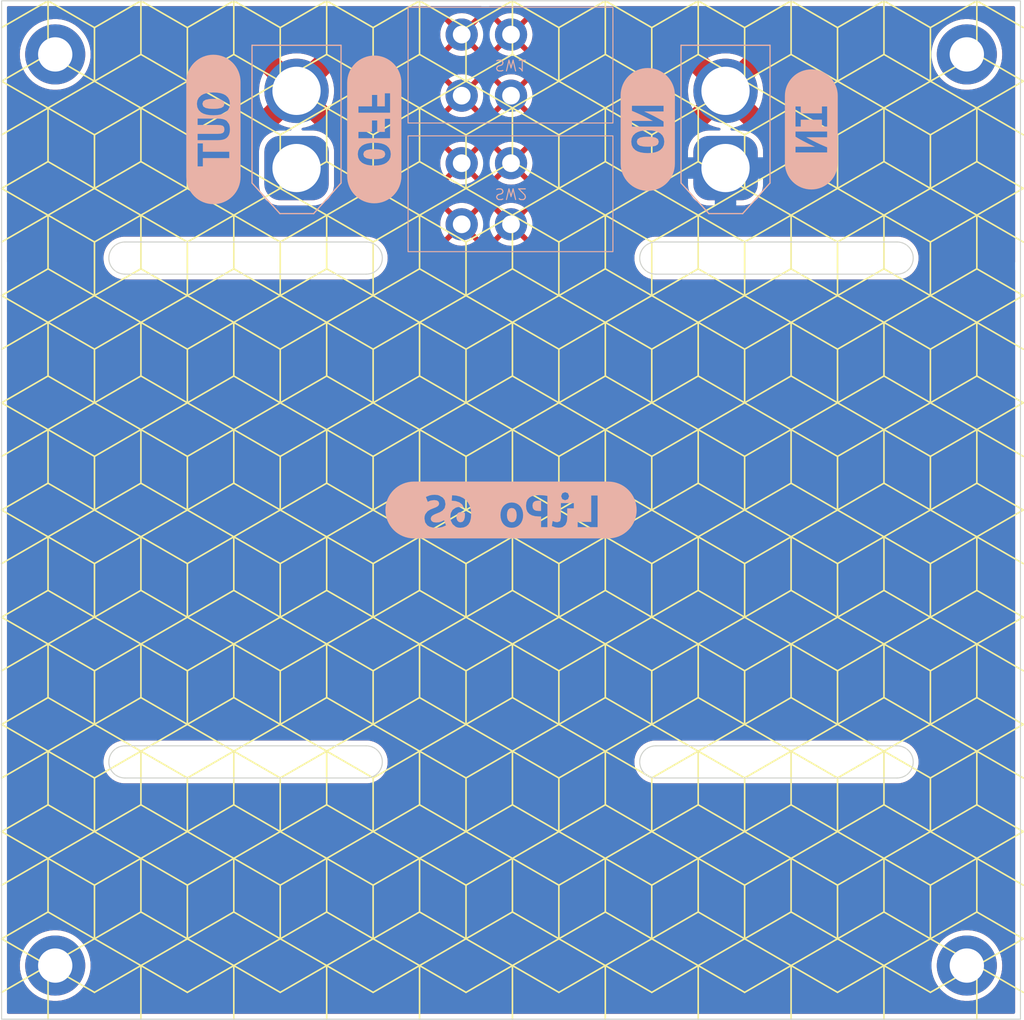
<source format=kicad_pcb>
(kicad_pcb (version 20221018) (generator pcbnew)
  (layers (0 "F.Cu" signal) (31 "B.Cu" signal) (34 "B.Paste" user) (35 "F.Paste" user) (36 "B.SilkS" user "B.Silkscreen") (37 "F.SilkS" user "F.Silkscreen") (38 "B.Mask" user) (39 "F.Mask" user) (44 "Edge.Cuts" user))
  (net 0 "")
  (net 1 "GND")
  (net 2 "/PWR_IN")
  (net 3 "/PWR_OUT")
  (footprint "MountingHole:MountingHole_3.2mm_M3_DIN965_Pad" (layer "F.Cu") (at 110 25)
    (fp_text reference "H2" hide)
    (fp_text value "MountingHole")
    (pad "1" thru_hole circle (at 0 0) (size 5.6 5.6) (drill 3.2) (layers "*.Cu" "*.Mask"))
  )
  (footprint "MountingHole:MountingHole_3.2mm_M3_DIN965_Pad" (layer "F.Cu") (at 25 25)
    (fp_text reference "H1" hide)
    (fp_text value "MountingHole")
    (pad "1" thru_hole circle (at 0 0) (size 5.6 5.6) (drill 3.2) (layers "*.Cu" "*.Mask"))
  )
  (footprint "MountingHole:MountingHole_3.2mm_M3_DIN965_Pad" (layer "F.Cu") (at 25 110)
    (fp_text reference "H3" hide)
    (fp_text value "MountingHole")
    (pad "1" thru_hole circle (at 0 0) (size 5.6 5.6) (drill 3.2) (layers "*.Cu" "*.Mask"))
  )
  (footprint "MountingHole:MountingHole_3.2mm_M3_DIN965_Pad" (layer "F.Cu") (at 110 110)
    (fp_text reference "H4" hide)
    (fp_text value "MountingHole")
    (pad "1" thru_hole circle (at 0 0) (size 5.6 5.6) (drill 3.2) (layers "*.Cu" "*.Mask"))
  )
  (footprint "kibuzzard-656351D2" (layer "B.Cu") (at 54.75 32 90)
    (fp_text reference "kibuzzard-656351D2" hide)
    (fp_text value "G***" hide)
  )
  (footprint "Connector_AMASS:AMASS_XT60-F_1x02_P7.20mm_Vertical" (layer "B.Cu") (at 47.5 35.6 90)
    (fp_text reference "J2" hide)
    (fp_text value "Conn_01x02")
    (pad "1" thru_hole roundrect (at 0 0 90) (size 6 6) (drill 4.5) (layers "*.Cu" "*.Mask") (thermal_bridge_width 2))
    (pad "2" thru_hole circle (at 7.2 0 90) (size 6 6) (drill 4.5) (layers "*.Cu" "*.Mask") (net 3 "/PWR_OUT") (thermal_bridge_width 2))
  )
  (footprint "kibuzzard-656351E7" (layer "B.Cu") (at 80.25 32 90)
    (fp_text reference "kibuzzard-656351E7" hide)
    (fp_text value "G***" hide)
  )
  (footprint "kibuzzard-65635119" (layer "B.Cu") (at 67.5 67.5 180)
    (fp_text reference "kibuzzard-65635119" hide)
    (fp_text value "G***" hide)
  )
  (footprint "kibuzzard-65634FCA" (layer "B.Cu") (at 95.5 32 -90)
    (fp_text reference "kibuzzard-65634FCA" hide)
    (fp_text value "G***" hide)
  )
  (footprint "cube-batteryboard:L201011MS02Q" (layer "B.Cu") (at 67.5 26)
    (fp_text reference "SW1" (at 0 0 180 unlocked) (layer "B.SilkS") (effects (font (thickness 0.1)) (justify mirror)))
    (fp_text value "SW_DPST" hide)
    (pad "1" thru_hole circle (at -4.6 2.85) (size 3 3) (drill 1.65) (layers "*.Cu" "*.Mask") (net 3 "/PWR_OUT"))
    (pad "2" thru_hole circle (at 0 2.85) (size 3 3) (drill 1.65) (layers "*.Cu" "*.Mask") (net 2 "/PWR_IN"))
    (pad "3" thru_hole circle (at -4.6 -2.85) (size 3 3) (drill 1.65) (layers "*.Cu" "*.Mask") (net 3 "/PWR_OUT"))
    (pad "4" thru_hole circle (at 0 -2.85) (size 3 3) (drill 1.65) (layers "*.Cu" "*.Mask") (net 2 "/PWR_IN"))
  )
  (footprint "Connector_AMASS:AMASS_XT60-M_1x02_P7.20mm_Vertical" (layer "B.Cu") (at 87.5 35.6 90)
    (fp_text reference "J1" hide)
    (fp_text value "Conn_01x02")
    (pad "1" thru_hole roundrect (at 0 0 90) (size 6 6) (drill 4.5) (layers "*.Cu" "*.Mask") (net 1 "GND") (thermal_bridge_width 2))
    (pad "2" thru_hole circle (at 7.2 0 90) (size 6 6) (drill 4.5) (layers "*.Cu" "*.Mask") (net 2 "/PWR_IN") (thermal_bridge_width 2))
  )
  (footprint "cube-batteryboard:L201011MS02Q" (layer "B.Cu") (at 67.5 38)
    (fp_text reference "SW2" (at 0 0 180 unlocked) (layer "B.SilkS") (effects (font (thickness 0.1)) (justify mirror)))
    (fp_text value "SW_DPST" hide)
    (pad "1" thru_hole circle (at -4.6 2.85) (size 3 3) (drill 1.65) (layers "*.Cu" "*.Mask") (net 3 "/PWR_OUT"))
    (pad "2" thru_hole circle (at 0 2.85) (size 3 3) (drill 1.65) (layers "*.Cu" "*.Mask") (net 2 "/PWR_IN"))
    (pad "3" thru_hole circle (at -4.6 -2.85) (size 3 3) (drill 1.65) (layers "*.Cu" "*.Mask") (net 3 "/PWR_OUT"))
    (pad "4" thru_hole circle (at 0 -2.85) (size 3 3) (drill 1.65) (layers "*.Cu" "*.Mask") (net 2 "/PWR_IN"))
  )
  (footprint "kibuzzard-656351C1" (layer "B.Cu") (at 39.75 32 -90)
    (fp_text reference "kibuzzard-656351C1" hide)
    (fp_text value "G***" hide)
  )
  (gr_line (start 115.262794 52.5) (end 110.932667 50) (stroke (width 0.15)) (layer "F.SilkS"))
  (gr_line (start 32.990381 65) (end 37.320508 67.5) (stroke (width 0.15)) (layer "F.SilkS"))
  (gr_line (start 32.990381 110) (end 28.660254 112.5) (stroke (width 0.15)) (layer "F.SilkS"))
  (gr_line (start 24.330127 60) (end 28.660254 57.5) (stroke (width 0.15)) (layer "F.SilkS"))
  (gr_line (start 37.320508 102.5) (end 37.320508 107.5) (stroke (width 0.15)) (layer "F.SilkS"))
  (gr_line (start 50.310889 105) (end 54.641016 107.5) (stroke (width 0.15)) (layer "F.SilkS"))
  (gr_line (start 32.990381 35) (end 37.320508 37.5) (stroke (width 0.15)) (layer "F.SilkS"))
  (gr_line (start 110.932667 105) (end 106.60254 107.5) (stroke (width 0.15)) (layer "F.SilkS"))
  (gr_line (start 54.641016 87.5) (end 58.971143 90) (stroke (width 0.15)) (layer "F.SilkS"))
  (gr_line (start 76.291651 85) (end 71.961524 87.5) (stroke (width 0.15)) (layer "F.SilkS"))
  (gr_line (start 89.282032 102.5) (end 89.282032 107.5) (stroke (width 0.15)) (layer "F.SilkS"))
  (gr_line (start 24.330127 105) (end 20 107.5) (stroke (width 0.15)) (layer "F.SilkS"))
  (gr_line (start 102.272413 105) (end 106.60254 107.5) (stroke (width 0.15)) (layer "F.SilkS"))
  (gr_line (start 80.621778 52.5) (end 80.621778 57.5) (stroke (width 0.15)) (layer "F.SilkS"))
  (gr_line (start 76.291651 55) (end 71.961524 57.5) (stroke (width 0.15)) (layer "F.SilkS"))
  (gr_line (start 20 77.5) (end 24.330127 80) (stroke (width 0.15)) (layer "F.SilkS"))
  (gr_line (start 54.641016 82.5) (end 50.310889 80) (stroke (width 0.15)) (layer "F.SilkS"))
  (gr_line (start 71.961524 82.5) (end 71.961524 87.5) (stroke (width 0.15)) (layer "F.SilkS"))
  (gr_line (start 76.291651 100) (end 80.621778 97.5) (stroke (width 0.15)) (layer "F.SilkS"))
  (gr_line (start 71.961524 27.5) (end 76.291651 30) (stroke (width 0.15)) (layer "F.SilkS"))
  (gr_line (start 93.612159 40) (end 89.282032 42.5) (stroke (width 0.15)) (layer "F.SilkS"))
  (gr_line (start 76.291651 55) (end 80.621778 57.5) (stroke (width 0.15)) (layer "F.SilkS"))
  (gr_line (start 32.990381 90) (end 28.660254 92.5) (stroke (width 0.15)) (layer "F.SilkS"))
  (gr_line (start 45.980762 82.5) (end 45.980762 87.5) (stroke (width 0.15)) (layer "F.SilkS"))
  (gr_line (start 102.272413 90) (end 102.272413 95) (stroke (width 0.15)) (layer "F.SilkS"))
  (gr_line (start 115.262794 112.5) (end 110.932667 110) (stroke (width 0.15)) (layer "F.SilkS"))
  (gr_line (start 106.60254 102.5) (end 102.272413 100) (stroke (width 0.15)) (layer "F.SilkS"))
  (gr_line (start 80.621778 42.5) (end 76.291651 40) (stroke (width 0.15)) (layer "F.SilkS"))
  (gr_line (start 110.932667 85) (end 106.60254 87.5) (stroke (width 0.15)) (layer "F.SilkS"))
  (gr_line (start 93.612159 35) (end 97.942286 37.5) (stroke (width 0.15)) (layer "F.SilkS"))
  (gr_line (start 89.282032 87.5) (end 93.612159 90) (stroke (width 0.15)) (layer "F.SilkS"))
  (gr_line (start 71.961524 52.5) (end 67.631397 50) (stroke (width 0.15)) (layer "F.SilkS"))
  (gr_line (start 37.320508 27.5) (end 41.650635 30) (stroke (width 0.15)) (layer "F.SilkS"))
  (gr_line (start 45.980762 32.5) (end 41.650635 30) (stroke (width 0.15)) (layer "F.SilkS"))
  (gr_line (start 76.291651 45) (end 71.961524 47.5) (stroke (width 0.15)) (layer "F.SilkS"))
  (gr_line (start 71.961524 102.5) (end 71.961524 107.5) (stroke (width 0.15)) (layer "F.SilkS"))
  (gr_line (start 67.631397 40) (end 71.961524 37.5) (stroke (width 0.15)) (layer "F.SilkS"))
  (gr_line (start 32.990381 95) (end 37.320508 97.5) (stroke (width 0.15)) (layer "F.SilkS"))
  (gr_line (start 93.612159 65) (end 97.942286 67.5) (stroke (width 0.15)) (layer "F.SilkS"))
  (gr_line (start 80.621778 62.5) (end 80.621778 67.5) (stroke (width 0.15)) (layer "F.SilkS"))
  (gr_line (start 76.291651 60) (end 71.961524 62.5) (stroke (width 0.15)) (layer "F.SilkS"))
  (gr_line (start 50.310889 75) (end 54.641016 77.5) (stroke (width 0.15)) (layer "F.SilkS"))
  (gr_line (start 102.272413 105) (end 97.942286 107.5) (stroke (width 0.15)) (layer "F.SilkS"))
  (gr_line (start 41.650635 40) (end 45.980762 37.5) (stroke (width 0.15)) (layer "F.SilkS"))
  (gr_line (start 41.650635 35) (end 45.980762 37.5) (stroke (width 0.15)) (layer "F.SilkS"))
  (gr_line (start 45.980762 72.5) (end 41.650635 70) (stroke (width 0.15)) (layer "F.SilkS"))
  (gr_line (start 89.282032 27.5) (end 93.612159 30) (stroke (width 0.15)) (layer "F.SilkS"))
  (gr_line (start 28.660254 32.5) (end 28.660254 37.5) (stroke (width 0.15)) (layer "F.SilkS"))
  (gr_line (start 45.980762 102.5) (end 41.650635 100) (stroke (width 0.15)) (layer "F.SilkS"))
  (gr_line (start 84.951905 100) (end 80.621778 102.5) (stroke (width 0.15)) (layer "F.SilkS"))
  (gr_line (start 63.30127 27.5) (end 67.631397 30) (stroke (width 0.15)) (layer "F.SilkS"))
  (gr_line (start 67.631397 105) (end 63.30127 107.5) (stroke (width 0.15)) (layer "F.SilkS"))
  (gr_line (start 93.612159 100) (end 89.282032 102.5) (stroke (width 0.15)) (layer "F.SilkS"))
  (gr_line (start 41.650635 25) (end 45.980762 27.5) (stroke (width 0.15)) (layer "F.SilkS"))
  (gr_line (start 76.291651 40) (end 76.291651 45) (stroke (width 0.15)) (layer "F.SilkS"))
  (gr_line (start 93.612159 110) (end 89.282032 112.5) (stroke (width 0.15)) (layer "F.SilkS"))
  (gr_line (start 41.650635 90) (end 45.980762 87.5) (stroke (width 0.15)) (layer "F.SilkS"))
  (gr_line (start 76.291651 30) (end 80.621778 27.5) (stroke (width 0.15)) (layer "F.SilkS"))
  (gr_line (start 28.660254 42.5) (end 24.330127 40) (stroke (width 0.15)) (layer "F.SilkS"))
  (gr_line (start 41.650635 30) (end 37.320508 32.5) (stroke (width 0.15)) (layer "F.SilkS"))
  (gr_line (start 93.612159 20) (end 89.282032 22.5) (stroke (width 0.15)) (layer "F.SilkS"))
  (gr_line (start 32.990381 110) (end 37.320508 107.5) (stroke (width 0.15)) (layer "F.SilkS"))
  (gr_line (start 80.621778 57.5) (end 84.951905 60) (stroke (width 0.15)) (layer "F.SilkS"))
  (gr_line (start 37.320508 57.5) (end 41.650635 60) (stroke (width 0.15)) (layer "F.SilkS"))
  (gr_line (start 58.971143 105) (end 63.30127 107.5) (stroke (width 0.15)) (layer "F.SilkS"))
  (gr_line (start 50.310889 100) (end 54.641016 97.5) (stroke (width 0.15)) (layer "F.SilkS"))
  (gr_line (start 54.641016 67.5) (end 58.971143 70) (stroke (width 0.15)) (layer "F.SilkS"))
  (gr_line (start 50.310889 60) (end 50.310889 65) (stroke (width 0.15)) (layer "F.SilkS"))
  (gr_line (start 76.291651 60) (end 80.621778 57.5) (stroke (width 0.15)) (layer "F.SilkS"))
  (gr_line (start 110.932667 35) (end 115.262794 37.5) (stroke (width 0.15)) (layer "F.SilkS"))
  (gr_line (start 50.310889 30) (end 45.980762 32.5) (stroke (width 0.15)) (layer "F.SilkS"))
  (gr_line (start 41.650635 40) (end 41.650635 45) (stroke (width 0.15)) (layer "F.SilkS"))
  (gr_line (start 102.272413 80) (end 102.272413 85) (stroke (width 0.15)) (layer "F.SilkS"))
  (gr_line (start 50.310889 90) (end 50.310889 95) (stroke (width 0.15)) (layer "F.SilkS"))
  (gr_line (start 32.990381 80) (end 37.320508 77.5) (stroke (width 0.15)) (layer "F.SilkS"))
  (gr_line (start 45.980762 22.5) (end 41.650635 20) (stroke (width 0.15)) (layer "F.SilkS"))
  (gr_line (start 84.951905 40) (end 89.282032 37.5) (stroke (width 0.15)) (layer "F.SilkS"))
  (gr_line (start 20 47.5) (end 24.330127 50) (stroke (width 0.15)) (layer "F.SilkS"))
  (gr_line (start 50.310889 55) (end 54.641016 57.5) (stroke (width 0.15)) (layer "F.SilkS"))
  (gr_line (start 89.282032 22.5) (end 89.282032 27.5) (stroke (width 0.15)) (layer "F.SilkS"))
  (gr_line (start 28.660254 92.5) (end 28.660254 97.5) (stroke (width 0.15)) (layer "F.SilkS"))
  (gr_line (start 93.612159 70) (end 97.942286 67.5) (stroke (width 0.15)) (layer "F.SilkS"))
  (gr_line (start 58.971143 30) (end 54.641016 32.5) (stroke (width 0.15)) (layer "F.SilkS"))
  (gr_line (start 24.330127 110) (end 24.330127 115) (stroke (width 0.15)) (layer "F.SilkS"))
  (gr_line (start 110.932667 25) (end 106.60254 27.5) (stroke (width 0.15)) (layer "F.SilkS"))
  (gr_line (start 24.330127 85) (end 28.660254 87.5) (stroke (width 0.15)) (layer "F.SilkS"))
  (gr_line (start 76.291651 40) (end 71.961524 42.5) (stroke (width 0.15)) (layer "F.SilkS"))
  (gr_line (start 28.660254 92.5) (end 24.330127 90) (stroke (width 0.15)) (layer "F.SilkS"))
  (gr_line (start 71.961524 32.5) (end 67.631397 30) (stroke (width 0.15)) (layer "F.SilkS"))
  (gr_line (start 76.291651 80) (end 71.961524 82.5) (stroke (width 0.15)) (layer "F.SilkS"))
  (gr_line (start 106.60254 22.5) (end 102.272413 20) (stroke (width 0.15)) (layer "F.SilkS"))
  (gr_line (start 80.621778 37.5) (end 84.951905 40) (stroke (width 0.15)) (layer "F.SilkS"))
  (gr_line (start 50.310889 50) (end 54.641016 47.5) (stroke (width 0.15)) (layer "F.SilkS"))
  (gr_line (start 93.612159 30) (end 93.612159 35) (stroke (width 0.15)) (layer "F.SilkS"))
  (gr_line (start 54.641016 52.5) (end 54.641016 57.5) (stroke (width 0.15)) (layer "F.SilkS"))
  (gr_line (start 67.631397 60) (end 63.30127 62.5) (stroke (width 0.15)) (layer "F.SilkS"))
  (gr_line (start 24.330127 100) (end 24.330127 105) (stroke (width 0.15)) (layer "F.SilkS"))
  (gr_line (start 80.621778 92.5) (end 80.621778 97.5) (stroke (width 0.15)) (layer "F.SilkS"))
  (gr_line (start 20 97.5) (end 24.330127 100) (stroke (width 0.15)) (layer "F.SilkS"))
  (gr_line (start 106.60254 22.5) (end 106.60254 27.5) (stroke (width 0.15)) (layer "F.SilkS"))
  (gr_line (start 32.990381 50) (end 32.990381 55) (stroke (width 0.15)) (layer "F.SilkS"))
  (gr_line (start 67.631397 55) (end 63.30127 57.5) (stroke (width 0.15)) (layer "F.SilkS"))
  (gr_line (start 97.942286 112.5) (end 93.612159 110) (stroke (width 0.15)) (layer "F.SilkS"))
  (gr_line (start 80.621778 102.5) (end 80.621778 107.5) (stroke (width 0.15)) (layer "F.SilkS"))
  (gr_line (start 24.330127 110) (end 20 112.5) (stroke (width 0.15)) (layer "F.SilkS"))
  (gr_line (start 54.641016 37.5) (end 58.971143 40) (stroke (width 0.15)) (layer "F.SilkS"))
  (gr_line (start 106.60254 107.5) (end 110.932667 110) (stroke (width 0.15)) (layer "F.SilkS"))
  (gr_line (start 102.272413 70) (end 106.60254 67.5) (stroke (width 0.15)) (layer "F.SilkS"))
  (gr_line (start 84.951905 60) (end 80.621778 62.5) (stroke (width 0.15)) (layer "F.SilkS"))
  (gr_line (start 28.660254 52.5) (end 24.330127 50) (stroke (width 0.15)) (layer "F.SilkS"))
  (gr_line (start 93.612159 35) (end 89.282032 37.5) (stroke (width 0.15)) (layer "F.SilkS"))
  (gr_line (start 50.310889 110) (end 54.641016 107.5) (stroke (width 0.15)) (layer "F.SilkS"))
  (gr_line (start 76.291651 35) (end 80.621778 37.5) (stroke (width 0.15)) (layer "F.SilkS"))
  (gr_line (start 89.282032 57.5) (end 93.612159 60) (stroke (width 0.15)) (layer "F.SilkS"))
  (gr_line (start 71.961524 97.5) (end 76.291651 100) (stroke (width 0.15)) (layer "F.SilkS"))
  (gr_line (start 97.942286 52.5) (end 97.942286 57.5) (stroke (width 0.15)) (layer "F.SilkS"))
  (gr_line (start 115.262794 82.5) (end 110.932667 80) (stroke (width 0.15)) (layer "F.SilkS"))
  (gr_line (start 71.961524 77.5) (end 76.291651 80) (stroke (width 0.15)) (layer "F.SilkS"))
  (gr_line (start 50.310889 20) (end 45.980762 22.5) (stroke (width 0.15)) (layer "F.SilkS"))
  (gr_line (start 115.262794 92.5) (end 110.932667 90) (stroke (width 0.15)) (layer "F.SilkS"))
  (gr_line (start 93.612159 90) (end 97.942286 87.5) (stroke (width 0.15)) (layer "F.SilkS"))
  (gr_line (start 80.621778 82.5) (end 80.621778 87.5) (stroke (width 0.15)) (layer "F.SilkS"))
  (gr_line (start 102.272413 30) (end 106.60254 27.5) (stroke (width 0.15)) (layer "F.SilkS"))
  (gr_line (start 45.980762 47.5) (end 50.310889 50) (stroke (width 0.15)) (layer "F.SilkS"))
  (gr_line (start 32.990381 80) (end 28.660254 82.5) (stroke (width 0.15)) (layer "F.SilkS"))
  (gr_line (start 84.951905 110) (end 80.621778 112.5) (stroke (width 0.15)) (layer "F.SilkS"))
  (gr_line (start 97.942286 42.5) (end 97.942286 47.5) (stroke (width 0.15)) (layer "F.SilkS"))
  (gr_line (start 37.320508 107.5) (end 41.650635 110) (stroke (width 0.15)) (layer "F.SilkS"))
  (gr_line (start 76.291651 25) (end 80.621778 27.5) (stroke (width 0.15)) (layer "F.SilkS"))
  (gr_line (start 54.641016 82.5) (end 54.641016 87.5) (stroke (width 0.15)) (layer "F.SilkS"))
  (gr_line (start 32.990381 60) (end 32.990381 65) (stroke (width 0.15)) (layer "F.SilkS"))
  (gr_line (start 110.932667 50) (end 115.262794 47.5) (stroke (width 0.15)) (layer "F.SilkS"))
  (gr_line (start 106.60254 112.5) (end 102.272413 110) (stroke (width 0.15)) (layer "F.SilkS"))
  (gr_line (start 84.951905 95) (end 80.621778 97.5) (stroke (width 0.15)) (layer "F.SilkS"))
  (gr_line (start 58.971143 50) (end 58.971143 55) (stroke (width 0.15)) (layer "F.SilkS"))
  (gr_line (start 106.60254 92.5) (end 102.272413 90) (stroke (width 0.15)) (layer "F.SilkS"))
  (gr_line (start 67.631397 35) (end 71.961524 37.5) (stroke (width 0.15)) (layer "F.SilkS"))
  (gr_line (start 28.660254 22.5) (end 24.330127 20) (stroke (width 0.15)) (layer "F.SilkS"))
  (gr_line (start 28.660254 42.5) (end 28.660254 47.5) (stroke (width 0.15)) (layer "F.SilkS"))
  (gr_line (start 93.612159 45) (end 97.942286 47.5) (stroke (width 0.15)) (layer "F.SilkS"))
  (gr_line (start 110.932667 55) (end 106.60254 57.5) (stroke (width 0.15)) (layer "F.SilkS"))
  (gr_line (start 41.650635 95) (end 45.980762 97.5) (stroke (width 0.15)) (layer "F.SilkS"))
  (gr_line (start 67.631397 45) (end 63.30127 47.5) (stroke (width 0.15)) (layer "F.SilkS"))
  (gr_line (start 32.990381 75) (end 28.660254 77.5) (stroke (width 0.15)) (layer "F.SilkS"))
  (gr_line (start 41.650635 85) (end 45.980762 87.5) (stroke (width 0.15)) (layer "F.SilkS"))
  (gr_line (start 20 37.5) (end 24.330127 40) (stroke (width 0.15)) (layer "F.SilkS"))
  (gr_line (start 37.320508 62.5) (end 32.990381 60) (stroke (width 0.15)) (layer "F.SilkS"))
  (gr_line (start 102.272413 60) (end 102.272413 65) (stroke (width 0.15)) (layer "F.SilkS"))
  (gr_line (start 115.262794 22.5) (end 110.932667 20) (stroke (width 0.15)) (layer "F.SilkS"))
  (gr_line (start 37.320508 42.5) (end 32.990381 40) (stroke (width 0.15)) (layer "F.SilkS"))
  (gr_line (start 84.951905 90) (end 80.621778 92.5) (stroke (width 0.15)) (layer "F.SilkS"))
  (gr_line (start 93.612159 70) (end 89.282032 72.5) (stroke (width 0.15)) (layer "F.SilkS"))
  (gr_line (start 63.30127 37.5) (end 67.631397 40) (stroke (width 0.15)) (layer "F.SilkS"))
  (gr_line (start 32.990381 40) (end 28.660254 42.5) (stroke (width 0.15)) (layer "F.SilkS"))
  (gr_line (start 41.650635 45) (end 45.980762 47.5) (stroke (width 0.15)) (layer "F.SilkS"))
  (gr_line (start 71.961524 32.5) (end 71.961524 37.5) (stroke (width 0.15)) (layer "F.SilkS"))
  (gr_line (start 102.272413 25) (end 106.60254 27.5) (stroke (width 0.15)) (layer "F.SilkS"))
  (gr_line (start 67.631397 20) (end 63.30127 22.5) (stroke (width 0.15)) (layer "F.SilkS"))
  (gr_line (start 58.971143 40) (end 63.30127 37.5) (stroke (width 0.15)) (layer "F.SilkS"))
  (gr_line (start 84.951905 45) (end 80.621778 47.5) (stroke (width 0.15)) (layer "F.SilkS"))
  (gr_line (start 93.612159 60) (end 89.282032 62.5) (stroke (width 0.15)) (layer "F.SilkS"))
  (gr_line (start 58.971143 30) (end 63.30127 27.5) (stroke (width 0.15)) (layer "F.SilkS"))
  (gr_line (start 93.612159 40) (end 97.942286 37.5) (stroke (width 0.15)) (layer "F.SilkS"))
  (gr_line (start 50.310889 40) (end 50.310889 45) (stroke (width 0.15)) (layer "F.SilkS"))
  (gr_line (start 28.660254 62.5) (end 28.660254 67.5) (stroke (width 0.15)) (layer "F.SilkS"))
  (gr_line (start 32.990381 105) (end 37.320508 107.5) (stroke (width 0.15)) (layer "F.SilkS"))
  (gr_line (start 58.971143 70) (end 58.971143 75) (stroke (width 0.15)) (layer "F.SilkS"))
  (gr_line (start 28.660254 67.5) (end 32.990381 70) (stroke (width 0.15)) (layer "F.SilkS"))
  (gr_line (start 110.932667 80) (end 115.262794 77.5) (stroke (width 0.15)) (layer "F.SilkS"))
  (gr_line (start 89.282032 77.5) (end 93.612159 80) (stroke (width 0.15)) (layer "F.SilkS"))
  (gr_line (start 37.320508 102.5) (end 32.990381 100) (stroke (width 0.15)) (layer "F.SilkS"))
  (gr_line (start 102.272413 65) (end 106.60254 67.5) (stroke (width 0.15)) (layer "F.SilkS"))
  (gr_line (start 41.650635 90) (end 37.320508 92.5) (stroke (width 0.15)) (layer "F.SilkS"))
  (gr_line (start 76.291651 70) (end 80.621778 67.5) (stroke (width 0.15)) (layer "F.SilkS"))
  (gr_line (start 63.30127 82.5) (end 63.30127 87.5) (stroke (width 0.15)) (layer "F.SilkS"))
  (gr_line (start 93.612159 95) (end 89.282032 97.5) (stroke (width 0.15)) (layer "F.SilkS"))
  (gr_line (start 84.951905 25) (end 89.282032 27.5) (stroke (width 0.15)) (layer "F.SilkS"))
  (gr_line (start 41.650635 80) (end 37.320508 82.5) (stroke (width 0.15)) (layer "F.SilkS"))
  (gr_line (start 84.951905 50) (end 89.282032 47.5) (stroke (width 0.15)) (layer "F.SilkS"))
  (gr_line (start 67.631397 25) (end 71.961524 27.5) (stroke (width 0.15)) (layer "F.SilkS"))
  (gr_line (start 67.631397 70) (end 71.961524 67.5) (stroke (width 0.15)) (layer "F.SilkS"))
  (gr_line (start 102.272413 95) (end 106.60254 97.5) (stroke (width 0.15)) (layer "F.SilkS"))
  (gr_line (start 32.990381 90) (end 37.320508 87.5) (stroke (width 0.15)) (layer "F.SilkS"))
  (gr_line (start 50.310889 75) (end 45.980762 77.5) (stroke (width 0.15)) (layer "F.SilkS"))
  (gr_line (start 32.990381 90) (end 32.990381 95) (stroke (width 0.15)) (layer "F.SilkS"))
  (gr_line (start 67.631397 20) (end 67.631397 25) (stroke (width 0.15)) (layer "F.SilkS"))
  (gr_line (start 102.272413 45) (end 106.60254 47.5) (stroke (width 0.15)) (layer "F.SilkS"))
  (gr_line (start 63.30127 67.5) (end 67.631397 70) (stroke (width 0.15)) (layer "F.SilkS"))
  (gr_line (start 93.612159 50) (end 97.942286 47.5) (stroke (width 0.15)) (layer "F.SilkS"))
  (gr_line (start 80.621778 27.5) (end 84.951905 30) (stroke (width 0.15)) (layer "F.SilkS"))
  (gr_line (start 84.951905 80) (end 84.951905 85) (stroke (width 0.15)) (layer "F.SilkS"))
  (gr_line (start 71.961524 42.5) (end 67.631397 40) (stroke (width 0.15)) (layer "F.SilkS"))
  (gr_line (start 32.990381 75) (end 37.320508 77.5) (stroke (width 0.15)) (layer "F.SilkS"))
  (gr_line (start 71.961524 107.5) (end 76.291651 110) (stroke (width 0.15)) (layer "F.SilkS"))
  (gr_line (start 45.980762 52.5) (end 41.650635 50) (stroke (width 0.15)) (layer "F.SilkS"))
  (gr_line (start 50.310889 50) (end 45.980762 52.5) (stroke (width 0.15)) (layer "F.SilkS"))
  (gr_line (start 80.621778 77.5) (end 84.951905 80) (stroke (width 0.15)) (layer "F.SilkS"))
  (gr_line (start 97.942286 87.5) (end 102.272413 90) (stroke (width 0.15)) (layer "F.SilkS"))
  (gr_line (start 84.951905 100) (end 84.951905 105) (stroke (width 0.15)) (layer "F.SilkS"))
  (gr_line (start 102.272413 70) (end 102.272413 75) (stroke (width 0.15)) (layer "F.SilkS"))
  (gr_line (start 54.641016 92.5) (end 54.641016 97.5) (stroke (width 0.15)) (layer "F.SilkS"))
  (gr_line (start 54.641016 102.5) (end 50.310889 100) (stroke (width 0.15)) (layer "F.SilkS"))
  (gr_line (start 76.291651 65) (end 71.961524 67.5) (stroke (width 0.15)) (layer "F.SilkS"))
  (gr_line (start 58.971143 75) (end 63.30127 77.5) (stroke (width 0.15)) (layer "F.SilkS"))
  (gr_line (start 102.272413 50) (end 106.60254 47.5) (stroke (width 0.15)) (layer "F.SilkS"))
  (gr_line (start 24.330127 85) (end 20 87.5) (stroke (width 0.15)) (layer "F.SilkS"))
  (gr_line (start 32.990381 25) (end 28.660254 27.5) (stroke (width 0.15)) (layer "F.SilkS"))
  (gr_line (start 110.932667 95) (end 106.60254 97.5) (stroke (width 0.15)) (layer "F.SilkS"))
  (gr_line (start 89.282032 52.5) (end 84.951905 50) (stroke (width 0.15)) (layer "F.SilkS"))
  (gr_line (start 80.621778 107.5) (end 84.951905 110) (stroke (width 0.15)) (layer "F.SilkS"))
  (gr_line (start 102.272413 60) (end 97.942286 62.5) (stroke (width 0.15)) (layer "F.SilkS"))
  (gr_line (start 50.310889 55) (end 45.980762 57.5) (stroke (width 0.15)) (layer "F.SilkS"))
  (gr_line (start 76.291651 110) (end 80.621778 107.5) (stroke (width 0.15)) (layer "F.SilkS"))
  (gr_line (start 41.650635 55) (end 37.320508 57.5) (stroke (width 0.15)) (layer "F.SilkS"))
  (gr_line (start 45.980762 62.5) (end 41.650635 60) (stroke (width 0.15)) (layer "F.SilkS"))
  (gr_line (start 110.932667 35) (end 106.60254 37.5) (stroke (width 0.15)) (layer "F.SilkS"))
  (gr_line (start 58.971143 80) (end 54.641016 82.5) (stroke (width 0.15)) (layer "F.SilkS"))
  (gr_line (start 102.272413 40) (end 97.942286 42.5) (stroke (width 0.15)) (layer "F.SilkS"))
  (gr_line (start 97.942286 67.5) (end 102.272413 70) (stroke (width 0.15)) (layer "F.SilkS"))
  (gr_line (start 84.951905 70) (end 89.282032 67.5) (stroke (width 0.15)) (layer "F.SilkS"))
  (gr_line (start 67.631397 40) (end 67.631397 45) (stroke (width 0.15)) (layer "F.SilkS"))
  (gr_line (start 54.641016 92.5) (end 50.310889 90) (stroke (width 0.15)) (layer "F.SilkS"))
  (gr_line (start 84.951905 75) (end 80.621778 77.5) (stroke (width 0.15)) (layer "F.SilkS"))
  (gr_line (start 102.272413 75) (end 97.942286 77.5) (stroke (width 0.15)) (layer "F.SilkS"))
  (gr_line (start 58.971143 35) (end 63.30127 37.5) (stroke (width 0.15)) (layer "F.SilkS"))
  (gr_line (start 50.310889 65) (end 45.980762 67.5) (stroke (width 0.15)) (layer "F.SilkS"))
  (gr_line (start 110.932667 110) (end 115.262794 107.5) (stroke (width 0.15)) (layer "F.SilkS"))
  (gr_line (start 76.291651 45) (end 80.621778 47.5) (stroke (width 0.15)) (layer "F.SilkS"))
  (gr_line (start 106.60254 87.5) (end 110.932667 90) (stroke (width 0.15)) (layer "F.SilkS"))
  (gr_line (start 67.631397 30) (end 67.631397 35) (stroke (width 0.15)) (layer "F.SilkS"))
  (gr_line (start 93.612159 110) (end 97.942286 107.5) (stroke (width 0.15)) (layer "F.SilkS"))
  (gr_line (start 97.942286 32.5) (end 93.612159 30) (stroke (width 0.15)) (layer "F.SilkS"))
  (gr_line (start 84.951905 60) (end 84.951905 65) (stroke (width 0.15)) (layer "F.SilkS"))
  (gr_line (start 24.330127 25) (end 20 27.5) (stroke (width 0.15)) (layer "F.SilkS"))
  (gr_line (start 102.272413 45) (end 97.942286 47.5) (stroke (width 0.15)) (layer "F.SilkS"))
  (gr_line (start 102.272413 35) (end 106.60254 37.5) (stroke (width 0.15)) (layer "F.SilkS"))
  (gr_line (start 32.990381 45) (end 28.660254 47.5) (stroke (width 0.15)) (layer "F.SilkS"))
  (gr_line (start 32.990381 60) (end 28.660254 62.5) (stroke (width 0.15)) (layer "F.SilkS"))
  (gr_line (start 58.971143 95) (end 54.641016 97.5) (stroke (width 0.15)) (layer "F.SilkS"))
  (gr_line (start 93.612159 60) (end 93.612159 65) (stroke (width 0.15)) (layer "F.SilkS"))
  (gr_line (start 106.60254 97.5) (end 110.932667 100) (stroke (width 0.15)) (layer "F.SilkS"))
  (gr_line (start 110.932667 75) (end 115.262794 77.5) (stroke (width 0.15)) (layer "F.SilkS"))
  (gr_line (start 54.641016 57.5) (end 58.971143 60) (stroke (width 0.15)) (layer "F.SilkS"))
  (gr_line (start 50.310889 95) (end 54.641016 97.5) (stroke (width 0.15)) (layer "F.SilkS"))
  (gr_line (start 76.291651 20) (end 71.961524 22.5) (stroke (width 0.15)) (layer "F.SilkS"))
  (gr_line (start 58.971143 30) (end 58.971143 35) (stroke (width 0.15)) (layer "F.SilkS"))
  (gr_line (start 89.282032 92.5) (end 84.951905 90) (stroke (width 0.15)) (layer "F.SilkS"))
  (gr_line (start 45.980762 102.5) (end 45.980762 107.5) (stroke (width 0.15)) (layer "F.SilkS"))
  (gr_line (start 24.330127 40) (end 20 42.5) (stroke (width 0.15)) (layer "F.SilkS"))
  (gr_line (start 102.272413 40) (end 106.60254 37.5) (stroke (width 0.15)) (layer "F.SilkS"))
  (gr_line (start 63.30127 102.5) (end 58.971143 100) (stroke (width 0.15)) (layer "F.SilkS"))
  (gr_line (start 89.282032 107.5) (end 93.612159 110) (stroke (width 0.15)) (layer "F.SilkS"))
  (gr_line (start 71.961524 67.5) (end 76.291651 70) (stroke (width 0.15)) (layer "F.SilkS"))
  (gr_line (start 24.330127 55) (end 20 57.5) (stroke (width 0.15)) (layer "F.SilkS"))
  (gr_line (start 71.961524 42.5) (end 71.961524 47.5) (stroke (width 0.15)) (layer "F.SilkS"))
  (gr_line (start 71.961524 37.5) (end 76.291651 40) (stroke (width 0.15)) (layer "F.SilkS"))
  (gr_line (start 54.641016 27.5) (end 58.971143 30) (stroke (width 0.15)) (layer "F.SilkS"))
  (gr_line (start 41.650635 80) (end 45.980762 77.5) (stroke (width 0.15)) (layer "F.SilkS"))
  (gr_line (start 67.631397 65) (end 63.30127 67.5) (stroke (width 0.15)) (layer "F.SilkS"))
  (gr_line (start 102.272413 50) (end 102.272413 55) (stroke (width 0.15)) (layer "F.SilkS"))
  (gr_line (start 71.961524 62.5) (end 67.631397 60) (stroke (width 0.15)) (layer "F.SilkS"))
  (gr_line (start 80.621778 112.5) (end 76.291651 110) (stroke (width 0.15)) (layer "F.SilkS"))
  (gr_line (start 67.631397 55) (end 71.961524 57.5) (stroke (width 0.15)) (layer "F.SilkS"))
  (gr_line (start 97.942286 102.5) (end 97.942286 107.5) (stroke (width 0.15)) (layer "F.SilkS"))
  (gr_line (start 58.971143 20) (end 58.971143 25) (stroke (width 0.15)) (layer "F.SilkS"))
  (gr_line (start 115.262794 42.5) (end 110.932667 40) (stroke (width 0.15)) (layer "F.SilkS"))
  (gr_line (start 93.612159 85) (end 97.942286 87.5) (stroke (width 0.15)) (layer "F.SilkS"))
  (gr_line (start 37.320508 77.5) (end 41.650635 80) (stroke (width 0.15)) (layer "F.SilkS"))
  (gr_line (start 89.282032 102.5) (end 84.951905 100) (stroke (width 0.15)) (layer "F.SilkS"))
  (gr_line (start 45.980762 82.5) (end 41.650635 80) (stroke (width 0.15)) (layer "F.SilkS"))
  (gr_line (start 93.612159 110) (end 93.612159 115) (stroke (width 0.15)) (layer "F.SilkS"))
  (gr_line (start 50.310889 100) (end 50.310889 105) (stroke (width 0.15)) (layer "F.SilkS"))
  (gr_line (start 54.641016 42.5) (end 50.310889 40) (stroke (width 0.15)) (layer "F.SilkS"))
  (gr_line (start 93.612159 90) (end 93.612159 95) (stroke (width 0.15)) (layer "F.SilkS"))
  (gr_line (start 106.60254 62.5) (end 106.60254 67.5) (stroke (width 0.15)) (layer "F.SilkS"))
  (gr_line (start 41.650635 50) (end 45.980762 47.5) (stroke (width 0.15)) (layer "F.SilkS"))
  (gr_line (start 93.612159 100) (end 97.942286 97.5) (stroke (width 0.15)) (layer "F.SilkS"))
  (gr_line (start 58.971143 60) (end 54.641016 62.5) (stroke (width 0.15)) (layer "F.SilkS"))
  (gr_line (start 84.951905 30) (end 89.282032 27.5) (stroke (width 0.15)) (layer "F.SilkS"))
  (gr_line (start 41.650635 25) (end 37.320508 27.5) (stroke (width 0.15)) (layer "F.SilkS"))
  (gr_line (start 28.660254 57.5) (end 32.990381 60) (stroke (width 0.15)) (layer "F.SilkS"))
  (gr_line (start 76.291651 90) (end 71.961524 92.5) (stroke (width 0.15)) (layer "F.SilkS"))
  (gr_line (start 37.320508 62.5) (end 37.320508 67.5) (stroke (width 0.15)) (layer "F.SilkS"))
  (gr_line (start 28.660254 97.5) (end 32.990381 100) (stroke (width 0.15)) (layer "F.SilkS"))
  (gr_line (start 32.990381 50) (end 37.320508 47.5) (stroke (width 0.15)) (layer "F.SilkS"))
  (gr_line (start 102.272413 30) (end 97.942286 32.5) (stroke (width 0.15)) (layer "F.SilkS"))
  (gr_line (start 71.961524 112.5) (end 67.631397 110) (stroke (width 0.15)) (layer "F.SilkS"))
  (gr_line (start 84.951905 20) (end 80.621778 22.5) (stroke (width 0.15)) (layer "F.SilkS"))
  (gr_line (start 20 57.5) (end 24.330127 60) (stroke (width 0.15)) (layer "F.SilkS"))
  (gr_line (start 63.30127 107.5) (end 67.631397 110) (stroke (width 0.15)) (layer "F.SilkS"))
  (gr_line (start 67.631397 90) (end 63.30127 92.5) (stroke (width 0.15)) (layer "F.SilkS"))
  (gr_line (start 71.961524 72.5) (end 67.631397 70) (stroke (width 0.15)) (layer "F.SilkS"))
  (gr_line (start 41.650635 55) (end 45.980762 57.5) (stroke (width 0.15)) (layer "F.SilkS"))
  (gr_line (start 97.942286 37.5) (end 102.272413 40) (stroke (width 0.15)) (layer "F.SilkS"))
  (gr_line (start 54.641016 32.5) (end 50.310889 30) (stroke (width 0.15)) (layer "F.SilkS"))
  (gr_line (start 24.330127 75) (end 28.660254 77.5) (stroke (width 0.15)) (layer "F.SilkS"))
  (gr_line (start 102.272413 40) (end 102.272413 45) (stroke (width 0.15)) (layer "F.SilkS"))
  (gr_line (start 110.932667 45) (end 106.60254 47.5) (stroke (width 0.15)) (layer "F.SilkS"))
  (gr_line (start 89.282032 47.5) (end 93.612159 50) (stroke (width 0.15)) (layer "F.SilkS"))
  (gr_line (start 45.980762 112.5) (end 41.650635 110) (stroke (width 0.15)) (layer "F.SilkS"))
  (gr_line (start 58.971143 80) (end 63.30127 77.5) (stroke (width 0.15)) (layer "F.SilkS"))
  (gr_line (start 32.990381 30) (end 37.320508 27.5) (stroke (width 0.15)) (layer "F.SilkS"))
  (gr_line (start 106.60254 67.5) (end 110.932667 70) (stroke (width 0.15)) (layer "F.SilkS"))
  (gr_line (start 37.320508 22.5) (end 37.320508 27.5) (stroke (width 0.15)) (layer "F.SilkS"))
  (gr_line (start 80.621778 32.5) (end 76.291651 30) (stroke (width 0.15)) (layer "F.SilkS"))
  (gr_line (start 32.990381 85) (end 28.660254 87.5) (stroke (width 0.15)) (layer "F.SilkS"))
  (gr_line (start 84.951905 80) (end 80.621778 82.5) (stroke (width 0.15)) (layer "F.SilkS"))
  (gr_line (start 106.60254 62.5) (end 102.272413 60) (stroke (width 0.15)) (layer "F.SilkS"))
  (gr_line (start 28.660254 87.5) (end 32.990381 90) (stroke (width 0.15)) (layer "F.SilkS"))
  (gr_line (start 110.932667 45) (end 115.262794 47.5) (stroke (width 0.15)) (layer "F.SilkS"))
  (gr_line (start 67.631397 75) (end 71.961524 77.5) (stroke (width 0.15)) (layer "F.SilkS"))
  (gr_line (start 93.612159 40) (end 93.612159 45) (stroke (width 0.15)) (layer "F.SilkS"))
  (gr_line (start 32.990381 30) (end 28.660254 32.5) (stroke (width 0.15)) (layer "F.SilkS"))
  (gr_line (start 67.631397 110) (end 67.631397 115) (stroke (width 0.15)) (layer "F.SilkS"))
  (gr_line (start 67.631397 110) (end 71.961524 107.5) (stroke (width 0.15)) (layer "F.SilkS"))
  (gr_line (start 28.660254 102.5) (end 28.660254 107.5) (stroke (width 0.15)) (layer "F.SilkS"))
  (gr_line (start 24.330127 90) (end 20 92.5) (stroke (width 0.15)) (layer "F.SilkS"))
  (gr_line (start 63.30127 72.5) (end 63.30127 77.5) (stroke (width 0.15)) (layer "F.SilkS"))
  (gr_line (start 67.631397 40) (end 63.30127 42.5) (stroke (width 0.15)) (layer "F.SilkS"))
  (gr_line (start 63.30127 82.5) (end 58.971143 80) (stroke (width 0.15)) (layer "F.SilkS"))
  (gr_line (start 71.961524 72.5) (end 71.961524 77.5) (stroke (width 0.15)) (layer "F.SilkS"))
  (gr_line (start 45.980762 92.5) (end 41.650635 90) (stroke (width 0.15)) (layer "F.SilkS"))
  (gr_line (start 41.650635 50) (end 41.650635 55) (stroke (width 0.15)) (layer "F.SilkS"))
  (gr_line (start 93.612159 80) (end 97.942286 77.5) (stroke (width 0.15)) (layer "F.SilkS"))
  (gr_line (start 76.291651 75) (end 80.621778 77.5) (stroke (width 0.15)) (layer "F.SilkS"))
  (gr_line (start 110.932667 20) (end 106.60254 22.5) (stroke (width 0.15)) (layer "F.SilkS"))
  (gr_line (start 84.951905 45) (end 89.282032 47.5) (stroke (width 0.15)) (layer "F.SilkS"))
  (gr_line (start 24.330127 100) (end 28.660254 97.5) (stroke (width 0.15)) (layer "F.SilkS"))
  (gr_line (start 24.330127 35) (end 20 37.5) (stroke (width 0.15)) (layer "F.SilkS"))
  (gr_line (start 115.262794 62.5) (end 110.932667 60) (stroke (width 0.15)) (layer "F.SilkS"))
  (gr_line (start 24.330127 70) (end 20 72.5) (stroke (width 0.15)) (layer "F.SilkS"))
  (gr_line (start 58.971143 40) (end 54.641016 42.5) (stroke (width 0.15)) (layer "F.SilkS"))
  (gr_line (start 102.272413 75) (end 106.60254 77.5) (stroke (width 0.15)) (layer "F.SilkS"))
  (gr_line (start 80.621778 32.5) (end 80.621778 37.5) (stroke (width 0.15)) (layer "F.SilkS"))
  (gr_line (start 32.990381 70) (end 37.320508 67.5) (stroke (width 0.15)) (layer "F.SilkS"))
  (gr_line (start 67.631397 95) (end 71.961524 97.5) (stroke (width 0.15)) (layer "F.SilkS"))
  (gr_line (start 41.650635 110) (end 37.320508 112.5) (stroke (width 0.15)) (layer "F.SilkS"))
  (gr_line (start 50.310889 70) (end 54.641016 67.5) (stroke (width 0.15)) (layer "F.SilkS"))
  (gr_line (start 84.951905 65) (end 80.621778 67.5) (stroke (width 0.15)) (layer "F.SilkS"))
  (gr_line (start 67.631397 30) (end 71.961524 27.5) (stroke (width 0.15)) (layer "F.SilkS"))
  (gr_line (start 45.980762 37.5) (end 50.310889 40) (stroke (width 0.15)) (layer "F.SilkS"))
  (gr_line (start 32.990381 50) (end 28.660254 52.5) (stroke (width 0.15)) (layer "F.SilkS"))
  (gr_line (start 97.942286 107.5) (end 102.272413 110) (stroke (width 0.15)) (layer "F.SilkS"))
  (gr_line (start 32.990381 100) (end 28.660254 102.5) (stroke (width 0.15)) (layer "F.SilkS"))
  (gr_line (start 37.320508 22.5) (end 32.990381 20) (stroke (width 0.15)) (layer "F.SilkS"))
  (gr_line (start 102.272413 60) (end 106.60254 57.5) (stroke (width 0.15)) (layer "F.SilkS"))
  (gr_line (start 89.282032 82.5) (end 89.282032 87.5) (stroke (width 0.15)) (layer "F.SilkS"))
  (gr_line (start 76.291651 110) (end 76.291651 115) (stroke (width 0.15)) (layer "F.SilkS"))
  (gr_line (start 110.932667 65) (end 106.60254 67.5) (stroke (width 0.15)) (layer "F.SilkS"))
  (gr_line (start 32.990381 55) (end 28.660254 57.5) (stroke (width 0.15)) (layer "F.SilkS"))
  (gr_line (start 110.932667 70) (end 106.60254 72.5) (stroke (width 0.15)) (layer "F.SilkS"))
  (gr_line (start 84.951905 85) (end 89.282032 87.5) (stroke (width 0.15)) (layer "F.SilkS"))
  (gr_line (start 110.932667 70) (end 110.932667 75) (stroke (width 0.15)) (layer "F.SilkS"))
  (gr_line (start 93.612159 25) (end 97.942286 27.5) (stroke (width 0.15)) (layer "F.SilkS"))
  (gr_line (start 97.942286 32.5) (end 97.942286 37.5) (stroke (width 0.15)) (layer "F.SilkS"))
  (gr_line (start 97.942286 102.5) (end 93.612159 100) (stroke (width 0.15)) (layer "F.SilkS"))
  (gr_line (start 45.980762 107.5) (end 50.310889 110) (stroke (width 0.15)) (layer "F.SilkS"))
  (gr_line (start 24.330127 80) (end 28.660254 77.5) (stroke (width 0.15)) (layer "F.SilkS"))
  (gr_line (start 54.641016 72.5) (end 54.641016 77.5) (stroke (width 0.15)) (layer "F.SilkS"))
  (gr_line (start 41.650635 20) (end 37.320508 22.5) (stroke (width 0.15)) (layer "F.SilkS"))
  (gr_line (start 37.320508 32.5) (end 32.990381 30) (stroke (width 0.15)) (layer "F.SilkS"))
  (gr_line (start 102.272413 80) (end 106.60254 77.5) (stroke (width 0.15)) (layer "F.SilkS"))
  (gr_line (start 97.942286 57.5) (end 102.272413 60) (stroke (width 0.15)) (layer "F.SilkS"))
  (gr_line (start 67.631397 60) (end 67.631397 65) (stroke (width 0.15)) (layer "F.SilkS"))
  (gr_line (start 110.932667 55) (end 115.262794 57.5) (stroke (width 0.15)) (layer "F.SilkS"))
  (gr_line (start 32.990381 40) (end 37.320508 37.5) (stroke (width 0.15)) (layer "F.SilkS"))
  (gr_line (start 24.330127 20) (end 24.330127 25) (stroke (width 0.15)) (layer "F.SilkS"))
  (gr_line (start 93.612159 80) (end 93.612159 85) (stroke (width 0.15)) (layer "F.SilkS"))
  (gr_line (start 102.272413 20) (end 97.942286 22.5) (stroke (width 0.15)) (layer "F.SilkS"))
  (gr_line (start 97.942286 52.5) (end 93.612159 50) (stroke (width 0.15)) (layer "F.SilkS"))
  (gr_line (start 58.971143 55) (end 54.641016 57.5) (stroke (width 0.15)) (layer "F.SilkS"))
  (gr_line (start 50.310889 65) (end 54.641016 67.5) (stroke (width 0.15)) (layer "F.SilkS"))
  (gr_line (start 50.310889 90) (end 54.641016 87.5) (stroke (width 0.15)) (layer "F.SilkS"))
  (gr_line (start 41.650635 30) (end 45.980762 27.5) (stroke (width 0.15)) (layer "F.SilkS"))
  (gr_line (start 37.320508 47.5) (end 41.650635 50) (stroke (width 0.15)) (layer "F.SilkS"))
  (gr_line (start 102.272413 95) (end 97.942286 97.5) (stroke (width 0.15)) (layer "F.SilkS"))
  (gr_line (start 45.980762 52.5) (end 45.980762 57.5) (stroke (width 0.15)) (layer "F.SilkS"))
  (gr_line (start 24.330127 65) (end 28.660254 67.5) (stroke (width 0.15)) (layer "F.SilkS"))
  (gr_line (start 54.641016 97.5) (end 58.971143 100) (stroke (width 0.15)) (layer "F.SilkS"))
  (gr_line (start 76.291651 40) (end 80.621778 37.5) (stroke (width 0.15)) (layer "F.SilkS"))
  (gr_line (start 63.30127 62.5) (end 63.30127 67.5) (stroke (width 0.15)) (layer "F.SilkS"))
  (gr_line (start 50.310889 110) (end 50.310889 115) (stroke (width 0.15)) (layer "F.SilkS"))
  (gr_line (start 89.282032 37.5) (end 93.612159 40) (stroke (width 0.15)) (layer "F.SilkS"))
  (gr_line (start 37.320508 82.5) (end 32.990381 80) (stroke (width 0.15)) (layer "F.SilkS"))
  (gr_line (start 37.320508 112.5) (end 32.990381 110) (stroke (width 0.15)) (layer "F.SilkS"))
  (gr_line (start 93.612159 60) (end 97.942286 57.5) (stroke (width 0.15)) (layer "F.SilkS"))
  (gr_line (start 71.961524 22.5) (end 71.961524 27.5) (stroke (width 0.15)) (layer "F.SilkS"))
  (gr_line (start 45.980762 72.5) (end 45.980762 77.5) (stroke (width 0.15)) (layer "F.SilkS"))
  (gr_line (start 67.631397 45) (end 71.961524 47.5) (stroke (width 0.15)) (layer "F.SilkS"))
  (gr_line (start 54.641016 62.5) (end 54.641016 67.5) (stroke (width 0.15)) (layer "F.SilkS"))
  (gr_line (start 58.971143 65) (end 63.30127 67.5) (stroke (width 0.15)) (layer "F.SilkS"))
  (gr_line (start 76.291651 60) (end 76.291651 65) (stroke (width 0.15)) (layer "F.SilkS"))
  (gr_line (start 71.961524 47.5) (end 76.291651 50) (stroke (width 0.15)) (layer "F.SilkS"))
  (gr_line (start 89.282032 97.5) (end 93.612159 100) (stroke (width 0.15)) (layer "F.SilkS"))
  (gr_line (start 24.330127 30) (end 20 32.5) (stroke (width 0.15)) (layer "F.SilkS"))
  (gr_line (start 106.60254 92.5) (end 106.60254 97.5) (stroke (width 0.15)) (layer "F.SilkS"))
  (gr_line (start 50.310889 45) (end 45.980762 47.5) (stroke (width 0.15)) (layer "F.SilkS"))
  (gr_line (start 58.971143 25) (end 63.30127 27.5) (stroke (width 0.15)) (layer "F.SilkS"))
  (gr_line (start 37.320508 72.5) (end 32.990381 70) (stroke (width 0.15)) (layer "F.SilkS"))
  (gr_line (start 110.932667 105) (end 115.262794 107.5) (stroke (width 0.15)) (layer "F.SilkS"))
  (gr_line (start 67.631397 100) (end 71.961524 97.5) (stroke (width 0.15)) (layer "F.SilkS"))
  (gr_line (start 24.330127 50) (end 20 52.5) (stroke (width 0.15)) (layer "F.SilkS"))
  (gr_line (start 71.961524 57.5) (end 76.291651 60) (stroke (width 0.15)) (layer "F.SilkS"))
  (gr_line (start 45.980762 32.5) (end 45.980762 37.5) (stroke (width 0.15)) (layer "F.SilkS"))
  (gr_line (start 63.30127 22.5) (end 63.30127 27.5) (stroke (width 0.15)) (layer "F.SilkS"))
  (gr_line (start 76.291651 95) (end 71.961524 97.5) (stroke (width 0.15)) (layer "F.SilkS"))
  (gr_line (start 110.932667 80) (end 106.60254 82.5) (stroke (width 0.15)) (layer "F.SilkS"))
  (gr_line (start 45.980762 77.5) (end 50.310889 80) (stroke (width 0.15)) (layer "F.SilkS"))
  (gr_line (start 50.310889 80) (end 54.641016 77.5) (stroke (width 0.15)) (layer "F.SilkS"))
  (gr_line (start 93.612159 80) (end 89.282032 82.5) (stroke (width 0.15)) (layer "F.SilkS"))
  (gr_line (start 84.951905 65) (end 89.282032 67.5) (stroke (width 0.15)) (layer "F.SilkS"))
  (gr_line (start 28.660254 37.5) (end 32.990381 40) (stroke (width 0.15)) (layer "F.SilkS"))
  (gr_line (start 76.291651 50) (end 80.621778 47.5) (stroke (width 0.15)) (layer "F.SilkS"))
  (gr_line (start 67.631397 100) (end 67.631397 105) (stroke (width 0.15)) (layer "F.SilkS"))
  (gr_line (start 63.30127 87.5) (end 67.631397 90) (stroke (width 0.15)) (layer "F.SilkS"))
  (gr_line (start 76.291651 70) (end 76.291651 75) (stroke (width 0.15)) (layer "F.SilkS"))
  (gr_line (start 110.932667 25) (end 115.262794 27.5) (stroke (width 0.15)) (layer "F.SilkS"))
  (gr_line (start 110.932667 60) (end 106.60254 62.5) (stroke (width 0.15)) (layer "F.SilkS"))
  (gr_line (start 58.971143 65) (end 54.641016 67.5) (stroke (width 0.15)) (layer "F.SilkS"))
  (gr_line (start 54.641016 32.5) (end 54.641016 37.5) (stroke (width 0.15)) (layer "F.SilkS"))
  (gr_line (start 67.631397 75) (end 63.30127 77.5) (stroke (width 0.15)) (layer "F.SilkS"))
  (gr_line (start 84.951905 50) (end 84.951905 55) (stroke (width 0.15)) (layer "F.SilkS"))
  (gr_line (start 24.330127 60) (end 24.330127 65) (stroke (width 0.15)) (layer "F.SilkS"))
  (gr_line (start 63.30127 42.5) (end 63.30127 47.5) (stroke (width 0.15)) (layer "F.SilkS"))
  (gr_line (start 102.272413 30) (end 102.272413 35) (stroke (width 0.15)) (layer "F.SilkS"))
  (gr_line (start 89.282032 72.5) (end 89.282032 77.5) (stroke (width 0.15)) (layer "F.SilkS"))
  (gr_line (start 67.631397 70) (end 67.631397 75) (stroke (width 0.15)) (layer "F.SilkS"))
  (gr_line (start 41.650635 100) (end 37.320508 102.5) (stroke (width 0.15)) (layer "F.SilkS"))
  (gr_line (start 24.330127 35) (end 28.660254 37.5) (stroke (width 0.15)) (layer "F.SilkS"))
  (gr_line (start 84.951905 40) (end 84.951905 45) (stroke (width 0.15)) (layer "F.SilkS"))
  (gr_line (start 50.310889 40) (end 45.980762 42.5) (stroke (width 0.15)) (layer "F.SilkS"))
  (gr_line (start 67.631397 85) (end 71.961524 87.5) (stroke (width 0.15)) (layer "F.SilkS"))
  (gr_line (start 67.631397 50) (end 63.30127 52.5) (stroke (width 0.15)) (layer "F.SilkS"))
  (gr_line (start 80.621778 47.5) (end 84.951905 50) (stroke (width 0.15)) (layer "F.SilkS"))
  (gr_line (start 102.272413 110) (end 97.942286 112.5) (stroke (width 0.15)) (layer "F.SilkS"))
  (gr_line (start 24.330127 55) (end 28.660254 57.5) (stroke (width 0.15)) (layer "F.SilkS"))
  (gr_line (start 45.980762 87.5) (end 50.310889 90) (stroke (width 0.15)) (layer "F.SilkS"))
  (gr_line (start 24.330127 45) (end 28.660254 47.5) (stroke (width 0.15)) (layer "F.SilkS"))
  (gr_line (start 110.932667 110) (end 106.60254 112.5) (stroke (width 0.15)) (layer "F.SilkS"))
  (gr_line (start 28.660254 107.5) (end 32.990381 110) (stroke (width 0.15)) (layer "F.SilkS"))
  (gr_line (start 58.971143 50) (end 63.30127 47.5) (stroke (width 0.15)) (layer "F.SilkS"))
  (gr_line (start 67.631397 30) (end 63.30127 32.5) (stroke (width 0.15)) (layer "F.SilkS"))
  (gr_line (start 54.641016 107.5) (end 58.971143 110) (stroke (width 0.15)) (layer "F.SilkS"))
  (gr_line (start 41.650635 75) (end 45.980762 77.5) (stroke (width 0.15)) (layer "F.SilkS"))
  (gr_line (start 32.990381 80) (end 32.990381 85) (stroke (width 0.15)) (layer "F.SilkS"))
  (gr_line (start 67.631397 105) (end 71.961524 107.5) (stroke (width 0.15)) (layer "F.SilkS"))
  (gr_line (start 63.30127 112.5) (end 58.971143 110) (stroke (width 0.15)) (layer "F.SilkS"))
  (gr_line (start 54.641016 47.5) (end 58.971143 50) (stroke (width 0.15)) (layer "F.SilkS"))
  (gr_line (start 28.660254 72.5) (end 24.330127 70) (stroke (width 0.15)) (layer "F.SilkS"))
  (gr_line (start 24.330127 90) (end 24.330127 95) (stroke (width 0.15)) (layer "F.SilkS"))
  (gr_line (start 97.942286 72.5) (end 93.612159 70) (stroke (width 0.15)) (layer "F.SilkS"))
  (gr_line (start 84.951905 70) (end 80.621778 72.5) (stroke (width 0.15)) (layer "F.SilkS"))
  (gr_line (start 110.932667 85) (end 115.262794 87.5) (stroke (width 0.15)) (layer "F.SilkS"))
  (gr_line (start 50.310889 50) (end 50.310889 55) (stroke (width 0.15)) (layer "F.SilkS"))
  (gr_line (start 50.310889 40) (end 54.641016 37.5) (stroke (width 0.15)) (layer "F.SilkS"))
  (gr_line (start 89.282032 22.5) (end 84.951905 20) (stroke (width 0.15)) (layer "F.SilkS"))
  (gr_line (start 106.60254 37.5) (end 110.932667 40) (stroke (width 0.15)) (layer "F.SilkS"))
  (gr_line (start 32.990381 20) (end 32.990381 25) (stroke (width 0.15)) (layer "F.SilkS"))
  (gr_line (start 97.942286 82.5) (end 93.612159 80) (stroke (width 0.15)) (layer "F.SilkS"))
  (gr_line (start 93.612159 90) (end 89.282032 92.5) (stroke (width 0.15)) (layer "F.SilkS"))
  (gr_line (start 102.272413 25) (end 97.942286 27.5) (stroke (width 0.15)) (layer "F.SilkS"))
  (gr_line (start 50.310889 60) (end 45.980762 62.5) (stroke (width 0.15)) (layer "F.SilkS"))
  (gr_line (start 28.660254 62.5) (end 24.330127 60) (stroke (width 0.15)) (layer "F.SilkS"))
  (gr_line (start 71.961524 82.5) (end 67.631397 80) (stroke (width 0.15)) (layer "F.SilkS"))
  (gr_line (start 41.650635 70) (end 45.980762 67.5) (stroke (width 0.15)) (layer "F.SilkS"))
  (gr_line (start 41.650635 60) (end 45.980762 57.5) (stroke (width 0.15)) (layer "F.SilkS"))
  (gr_line (start 84.951905 35) (end 80.621778 37.5) (stroke (width 0.15)) (layer "F.SilkS"))
  (gr_line (start 45.980762 67.5) (end 50.310889 70) (stroke (width 0.15)) (layer "F.SilkS"))
  (gr_line (start 93.612159 85) (end 89.282032 87.5) (stroke (width 0.15)) (layer "F.SilkS"))
  (gr_line (start 20 87.5) (end 24.330127 90) (stroke (width 0.15)) (layer "F.SilkS"))
  (gr_line (start 80.621778 92.5) (end 76.291651 90) (stroke (width 0.15)) (layer "F.SilkS"))
  (gr_line (start 50.310889 70) (end 45.980762 72.5) (stroke (width 0.15)) (layer "F.SilkS"))
  (gr_line (start 76.291651 95) (end 80.621778 97.5) (stroke (width 0.15)) (layer "F.SilkS"))
  (gr_line (start 58.971143 100) (end 54.641016 102.5) (stroke (width 0.15)) (layer "F.SilkS"))
  (gr_line (start 89.282032 52.5) (end 89.282032 57.5) (stroke (width 0.15)) (layer "F.SilkS"))
  (gr_line (start 106.60254 42.5) (end 102.272413 40) (stroke (width 0.15)) (layer "F.SilkS"))
  (gr_line (start 41.650635 60) (end 41.650635 65) (stroke (width 0.15)) (layer "F.SilkS"))
  (gr_line (start 37.320508 87.5) (end 41.650635 90) (stroke (width 0.15)) (layer "F.SilkS"))
  (gr_line (start 106.60254 47.5) (end 110.932667 50) (stroke (width 0.15)) (layer "F.SilkS"))
  (gr_line (start 97.942286 27.5) (end 102.272413 30) (stroke (width 0.15)) (layer "F.SilkS"))
  (gr_line (start 102.272413 110) (end 106.60254 107.5) (stroke (width 0.15)) (layer "F.SilkS"))
  (gr_line (start 67.631397 70) (end 63.30127 72.5) (stroke (width 0.15)) (layer "F.SilkS"))
  (gr_line (start 76.291651 30) (end 76.291651 35) (stroke (width 0.15)) (layer "F.SilkS"))
  (gr_line (start 97.942286 47.5) (end 102.272413 50) (stroke (width 0.15)) (layer "F.SilkS"))
  (gr_line (start 45.980762 27.5) (end 50.310889 30) (stroke (width 0.15)) (layer "F.SilkS"))
  (gr_line (start 28.660254 47.5) (end 32.990381 50) (stroke (width 0.15)) (layer "F.SilkS"))
  (gr_line (start 37.320508 52.5) (end 37.320508 57.5) (stroke (width 0.15)) (layer "F.SilkS"))
  (gr_line (start 80.621778 22.5) (end 76.291651 20) (stroke (width 0.15)) (layer "F.SilkS"))
  (gr_line (start 102.272413 50) (end 97.942286 52.5) (stroke (width 0.15)) (layer "F.SilkS"))
  (gr_line (start 102.272413 35) (end 97.942286 37.5) (stroke (width 0.15)) (layer "F.SilkS"))
  (gr_line (start 76.291651 20) (end 76.291651 25) (stroke (width 0.15)) (layer "F.SilkS"))
  (gr_line (start 80.621778 72.5) (end 80.621778 77.5) (stroke (width 0.15)) (layer "F.SilkS"))
  (gr_line (start 37.320508 82.5) (end 37.320508 87.5) (stroke (width 0.15)) (layer "F.SilkS"))
  (gr_line (start 41.650635 110) (end 41.650635 115) (stroke (width 0.15)) (layer "F.SilkS"))
  (gr_line (start 41.650635 70) (end 37.320508 72.5) (stroke (width 0.15)) (layer "F.SilkS"))
  (gr_line (start 41.650635 40) (end 37.320508 42.5) (stroke (width 0.15)) (layer "F.SilkS"))
  (gr_line (start 76.291651 80) (end 76.291651 85) (stroke (width 0.15)) (layer "F.SilkS"))
  (gr_line (start 84.951905 30) (end 80.621778 32.5) (stroke (width 0.15)) (layer "F.SilkS"))
  (gr_line (start 67.631397 85) (end 63.30127 87.5) (stroke (width 0.15)) (layer "F.SilkS"))
  (gr_line (start 80.621778 102.5) (end 76.291651 100) (stroke (width 0.15)) (layer "F.SilkS"))
  (gr_line (start 84.951905 75) (end 89.282032 77.5) (stroke (width 0.15)) (layer "F.SilkS"))
  (gr_line (start 50.310889 25) (end 54.641016 27.5) (stroke (width 0.15)) (layer "F.SilkS"))
  (gr_line (start 67.631397 100) (end 63.30127 102.5) (stroke (width 0.15)) (layer "F.SilkS"))
  (gr_line (start 110.932667 70) (end 115.262794 67.5) (stroke (width 0.15)) (layer "F.SilkS"))
  (gr_line (start 45.980762 22.5) (end 45.980762 27.5) (stroke (width 0.15)) (layer "F.SilkS"))
  (gr_line (start 58.971143 45) (end 54.641016 47.5) (stroke (width 0.15)) (layer "F.SilkS"))
  (gr_line (start 32.990381 60) (end 37.320508 57.5) (stroke (width 0.15)) (layer "F.SilkS"))
  (gr_line (start 41.650635 60) (end 37.320508 62.5) (stroke (width 0.15)) (layer "F.SilkS"))
  (gr_line (start 24.330127 30) (end 24.330127 35) (stroke (width 0.15)) (layer "F.SilkS"))
  (gr_line (start 67.631397 110) (end 63.30127 112.5) (stroke (width 0.15)) (layer "F.SilkS"))
  (gr_line (start 50.310889 85) (end 45.980762 87.5) (stroke (width 0.15)) (layer "F.SilkS"))
  (gr_line (start 93.612159 50) (end 93.612159 55) (stroke (width 0.15)) (layer "F.SilkS"))
  (gr_line (start 93.612159 55) (end 89.282032 57.5) (stroke (width 0.15)) (layer "F.SilkS"))
  (gr_line (start 37.320508 32.5) (end 37.320508 37.5) (stroke (width 0.15)) (layer "F.SilkS"))
  (gr_line (start 50.310889 20) (end 50.310889 25) (stroke (width 0.15)) (layer "F.SilkS"))
  (gr_line (start 110.932667 65) (end 115.262794 67.5) (stroke (width 0.15)) (layer "F.SilkS"))
  (gr_line (start 50.310889 30) (end 54.641016 27.5) (stroke (width 0.15)) (layer "F.SilkS"))
  (gr_line (start 32.990381 110) (end 32.990381 115) (stroke (width 0.15)) (layer "F.SilkS"))
  (gr_line (start 32.990381 20) (end 28.660254 22.5) (stroke (width 0.15)) (layer "F.SilkS"))
  (gr_line (start 41.650635 85) (end 37.320508 87.5) (stroke (width 0.15)) (layer "F.SilkS"))
  (gr_line (start 54.641016 22.5) (end 50.310889 20) (stroke (width 0.15)) (layer "F.SilkS"))
  (gr_line (start 115.262794 102.5) (end 110.932667 100) (stroke (width 0.15)) (layer "F.SilkS"))
  (gr_line (start 32.990381 40) (end 32.990381 45) (stroke (width 0.15)) (layer "F.SilkS"))
  (gr_line (start 102.272413 65) (end 97.942286 67.5) (stroke (width 0.15)) (layer "F.SilkS"))
  (gr_line (start 76.291651 25) (end 71.961524 27.5) (stroke (width 0.15)) (layer "F.SilkS"))
  (gr_line (start 24.330127 80) (end 20 82.5) (stroke (width 0.15)) (layer "F.SilkS"))
  (gr_line (start 63.30127 22.5) (end 58.971143 20) (stroke (width 0.15)) (layer "F.SilkS"))
  (gr_line (start 76.291651 70) (end 71.961524 72.5) (stroke (width 0.15)) (layer "F.SilkS"))
  (gr_line (start 93.612159 75) (end 97.942286 77.5) (stroke (width 0.15)) (layer "F.SilkS"))
  (gr_line (start 110.932667 60) (end 110.932667 65) (stroke (width 0.15)) (layer "F.SilkS"))
  (gr_line (start 93.612159 55) (end 97.942286 57.5) (stroke (width 0.15)) (layer "F.SilkS"))
  (gr_line (start 58.971143 70) (end 54.641016 72.5) (stroke (width 0.15)) (layer "F.SilkS"))
  (gr_line (start 41.650635 105) (end 45.980762 107.5) (stroke (width 0.15)) (layer "F.SilkS"))
  (gr_line (start 63.30127 52.5) (end 58.971143 50) (stroke (width 0.15)) (layer "F.SilkS"))
  (gr_line (start 115.262794 32.5) (end 110.932667 30) (stroke (width 0.15)) (layer "F.SilkS"))
  (gr_line (start 67.631397 35) (end 63.30127 37.5) (stroke (width 0.15)) (layer "F.SilkS"))
  (gr_line (start 20 67.5) (end 24.330127 70) (stroke (width 0.15)) (layer "F.SilkS"))
  (gr_line (start 58.971143 110) (end 54.641016 112.5) (stroke (width 0.15)) (layer "F.SilkS"))
  (gr_line (start 110.932667 90) (end 106.60254 92.5) (stroke (width 0.15)) (layer "F.SilkS"))
  (gr_line (start 89.282032 72.5) (end 84.951905 70) (stroke (width 0.15)) (layer "F.SilkS"))
  (gr_line (start 89.282032 82.5) (end 84.951905 80) (stroke (width 0.15)) (layer "F.SilkS"))
  (gr_line (start 102.272413 20) (end 102.272413 25) (stroke (width 0.15)) (layer "F.SilkS"))
  (gr_line (start 58.971143 100) (end 63.30127 97.5) (stroke (width 0.15)) (layer "F.SilkS"))
  (gr_line (start 71.961524 52.5) (end 71.961524 57.5) (stroke (width 0.15)) (layer "F.SilkS"))
  (gr_line (start 45.980762 57.5) (end 50.310889 60) (stroke (width 0.15)) (layer "F.SilkS"))
  (gr_line (start 106.60254 32.5) (end 106.60254 37.5) (stroke (width 0.15)) (layer "F.SilkS"))
  (gr_line (start 50.310889 100) (end 45.980762 102.5) (stroke (width 0.15)) (layer "F.SilkS"))
  (gr_line (start 93.612159 20) (end 93.612159 25) (stroke (width 0.15)) (layer "F.SilkS"))
  (gr_line (start 58.971143 60) (end 63.30127 57.5) (stroke (width 0.15)) (layer "F.SilkS"))
  (gr_line (start 110.932667 30) (end 106.60254 32.5) (stroke (width 0.15)) (layer "F.SilkS"))
  (gr_line (start 71.961524 92.5) (end 71.961524 97.5) (stroke (width 0.15)) (layer "F.SilkS"))
  (gr_line (start 24.330127 95) (end 20 97.5) (stroke (width 0.15)) (layer "F.SilkS"))
  (gr_line (start 58.971143 90) (end 54.641016 92.5) (stroke (width 0.15)) (layer "F.SilkS"))
  (gr_line (start 32.990381 95) (end 28.660254 97.5) (stroke (width 0.15)) (layer "F.SilkS"))
  (gr_line (start 76.291651 65) (end 80.621778 67.5) (stroke (width 0.15)) (layer "F.SilkS"))
  (gr_line (start 54.641016 52.5) (end 50.310889 50) (stroke (width 0.15)) (layer "F.SilkS"))
  (gr_line (start 24.330127 25) (end 28.660254 27.5) (stroke (width 0.15)) (layer "F.SilkS"))
  (gr_line (start 50.310889 70) (end 50.310889 75) (stroke (width 0.15)) (layer "F.SilkS"))
  (gr_line (start 37.320508 37.5) (end 41.650635 40) (stroke (width 0.15)) (layer "F.SilkS"))
  (gr_line (start 76.291651 90) (end 80.621778 87.5) (stroke (width 0.15)) (layer "F.SilkS"))
  (gr_line (start 32.990381 70) (end 32.990381 75) (stroke (width 0.15)) (layer "F.SilkS"))
  (gr_line (start 37.320508 92.5) (end 37.320508 97.5) (stroke (width 0.15)) (layer "F.SilkS"))
  (gr_line (start 20 27.5) (end 24.330127 30) (stroke (width 0.15)) (layer "F.SilkS"))
  (gr_line (start 50.310889 45) (end 54.641016 47.5) (stroke (width 0.15)) (layer "F.SilkS"))
  (gr_line (start 115.262794 72.5) (end 110.932667 70) (stroke (width 0.15)) (layer "F.SilkS"))
  (gr_line (start 41.650635 100) (end 45.980762 97.5) (stroke (width 0.15)) (layer "F.SilkS"))
  (gr_line (start 84.951905 30) (end 84.951905 35) (stroke (width 0.15)) (layer "F.SilkS"))
  (gr_line (start 41.650635 35) (end 37.320508 37.5) (stroke (width 0.15)) (layer "F.SilkS"))
  (gr_line (start 76.291651 50) (end 71.961524 52.5) (stroke (width 0.15)) (layer "F.SilkS"))
  (gr_line (start 24.330127 20) (end 20 22.5) (stroke (width 0.15)) (layer "F.SilkS"))
  (gr_line (start 28.660254 52.5) (end 28.660254 57.5) (stroke (width 0.15)) (layer "F.SilkS"))
  (gr_line (start 41.650635 50) (end 37.320508 52.5) (stroke (width 0.15)) (layer "F.SilkS"))
  (gr_line (start 28.660254 112.5) (end 24.330127 110) (stroke (width 0.15)) (layer "F.SilkS"))
  (gr_line (start 54.641016 112.5) (end 50.310889 110) (stroke (width 0.15)) (layer "F.SilkS"))
  (gr_line (start 24.330127 80) (end 24.330127 85) (stroke (width 0.15)) (layer "F.SilkS"))
  (gr_line (start 93.612159 65) (end 89.282032 67.5) (stroke (width 0.15)) (layer "F.SilkS"))
  (gr_line (start 97.942286 62.5) (end 97.942286 67.5) (stroke (width 0.15)) (layer "F.SilkS"))
  (gr_line (start 45.980762 42.5) (end 41.650635 40) (stroke (width 0.15)) (layer "F.SilkS"))
  (gr_line (start 58.971143 80) (end 58.971143 85) (stroke (width 0.15)) (layer "F.SilkS"))
  (gr_line (start 93.612159 95) (end 97.942286 97.5) (stroke (width 0.15)) (layer "F.SilkS"))
  (gr_line (start 67.631397 50) (end 67.631397 55) (stroke (width 0.15)) (layer "F.SilkS"))
  (gr_line (start 84.951905 105) (end 89.282032 107.5) (stroke (width 0.15)) (layer "F.SilkS"))
  (gr_line (start 80.621778 72.5) (end 76.291651 70) (stroke (width 0.15)) (layer "F.SilkS"))
  (gr_line (start 67.631397 80) (end 71.961524 77.5) (stroke (width 0.15)) (layer "F.SilkS"))
  (gr_line (start 106.60254 52.5) (end 106.60254 57.5) (stroke (width 0.15)) (layer "F.SilkS"))
  (gr_line (start 41.650635 65) (end 45.980762 67.5) (stroke (width 0.15)) (layer "F.SilkS"))
  (gr_line (start 89.282032 32.5) (end 89.282032 37.5) (stroke (width 0.15)) (layer "F.SilkS"))
  (gr_line (start 110.932667 75) (end 106.60254 77.5) (stroke (width 0.15)) (layer "F.SilkS"))
  (gr_line (start 58.971143 110) (end 58.971143 115) (stroke (width 0.15)) (layer "F.SilkS"))
  (gr_line (start 80.621778 52.5) (end 76.291651 50) (stroke (width 0.15)) (layer "F.SilkS"))
  (gr_line (start 63.30127 92.5) (end 58.971143 90) (stroke (width 0.15)) (layer "F.SilkS"))
  (gr_line (start 58.971143 60) (end 58.971143 65) (stroke (width 0.15)) (layer "F.SilkS"))
  (gr_line (start 71.961524 22.5) (end 67.631397 20) (stroke (width 0.15)) (layer "F.SilkS"))
  (gr_line (start 89.282032 32.5) (end 84.951905 30) (stroke (width 0.15)) (layer "F.SilkS"))
  (gr_line (start 71.961524 62.5) (end 71.961524 67.5) (stroke (width 0.15)) (layer "F.SilkS"))
  (gr_line (start 28.660254 102.5) (end 24.330127 100) (stroke (width 0.15)) (layer "F.SilkS"))
  (gr_line (start 97.942286 82.5) (end 97.942286 87.5) (stroke (width 0.15)) (layer "F.SilkS"))
  (gr_line (start 76.291651 50) (end 76.291651 55) (stroke (width 0.15)) (layer "F.SilkS"))
  (gr_line (start 24.330127 40) (end 28.660254 37.5) (stroke (width 0.15)) (layer "F.SilkS"))
  (gr_line (start 110.932667 30) (end 115.262794 27.5) (stroke (width 0.15)) (layer "F.SilkS"))
  (gr_line (start 58.971143 85) (end 63.30127 87.5) (stroke (width 0.15)) (layer "F.SilkS"))
  (gr_line (start 67.631397 80) (end 63.30127 82.5) (stroke (width 0.15)) (layer "F.SilkS"))
  (gr_line (start 32.990381 100) (end 32.990381 105) (stroke (width 0.15)) (layer "F.SilkS"))
  (gr_line (start 41.650635 65) (end 37.320508 67.5) (stroke (width 0.15)) (layer "F.SilkS"))
  (gr_line (start 84.951905 110) (end 89.282032 107.5) (stroke (width 0.15)) (layer "F.SilkS"))
  (gr_line (start 76.291651 110) (end 71.961524 112.5) (stroke (width 0.15)) (layer "F.SilkS"))
  (gr_line (start 89.282032 62.5) (end 89.282032 67.5) (stroke (width 0.15)) (layer "F.SilkS"))
  (gr_line (start 110.932667 100) (end 106.60254 102.5) (stroke (width 0.15)) (layer "F.SilkS"))
  (gr_line (start 32.990381 25) (end 37.320508 27.5) (stroke (width 0.15)) (layer "F.SilkS"))
  (gr_line (start 110.932667 90) (end 115.262794 87.5) (stroke (width 0.15)) (layer "F.SilkS"))
  (gr_line (start 32.990381 100) (end 37.320508 97.5) (stroke (width 0.15)) (layer "F.SilkS"))
  (gr_line (start 106.60254 72.5) (end 106.60254 77.5) (stroke (width 0.15)) (layer "F.SilkS"))
  (gr_line (start 84.951905 105) (end 80.621778 107.5) (stroke (width 0.15)) (layer "F.SilkS"))
  (gr_line (start 97.942286 42.5) (end 93.612159 40) (stroke (width 0.15)) (layer "F.SilkS"))
  (gr_line (start 58.971143 20) (end 54.641016 22.5) (stroke (width 0.15)) (layer "F.SilkS"))
  (gr_line (start 80.621778 87.5) (end 84.951905 90) (stroke (width 0.15)) (layer "F.SilkS"))
  (gr_line (start 24.330127 30) (end 28.660254 27.5) (stroke (width 0.15)) (layer "F.SilkS"))
  (gr_line (start 54.641016 62.5) (end 50.310889 60) (stroke (width 0.15)) (layer "F.SilkS"))
  (gr_line (start 50.310889 110) (end 45.980762 112.5) (stroke (width 0.15)) (layer "F.SilkS"))
  (gr_line (start 24.330127 105) (end 28.660254 107.5) (stroke (width 0.15)) (layer "F.SilkS"))
  (gr_line (start 32.990381 55) (end 37.320508 57.5) (stroke (width 0.15)) (layer "F.SilkS"))
  (gr_line (start 58.971143 45) (end 63.30127 47.5) (stroke (width 0.15)) (layer "F.SilkS"))
  (gr_line (start 110.932667 30) (end 110.932667 35) (stroke (width 0.15)) (layer "F.SilkS"))
  (gr_line (start 76.291651 75) (end 71.961524 77.5) (stroke (width 0.15)) (layer "F.SilkS"))
  (gr_line (start 63.30127 52.5) (end 63.30127 57.5) (stroke (width 0.15)) (layer "F.SilkS"))
  (gr_line (start 97.942286 92.5) (end 93.612159 90) (stroke (width 0.15)) (layer "F.SilkS"))
  (gr_line (start 54.641016 42.5) (end 54.641016 47.5) (stroke (width 0.15)) (layer "F.SilkS"))
  (gr_line (start 80.621778 67.5) (end 84.951905 70) (stroke (width 0.15)) (layer "F.SilkS"))
  (gr_line (start 110.932667 40) (end 115.262794 37.5) (stroke (width 0.15)) (layer "F.SilkS"))
  (gr_line (start 93.612159 105) (end 97.942286 107.5) (stroke (width 0.15)) (layer "F.SilkS"))
  (gr_line (start 58.971143 25) (end 54.641016 27.5) (stroke (width 0.15)) (layer "F.SilkS"))
  (gr_line (start 67.631397 65) (end 71.961524 67.5) (stroke (width 0.15)) (layer "F.SilkS"))
  (gr_line (start 41.650635 45) (end 37.320508 47.5) (stroke (width 0.15)) (layer "F.SilkS"))
  (gr_line (start 110.932667 60) (end 115.262794 57.5) (stroke (width 0.15)) (layer "F.SilkS"))
  (gr_line (start 84.951905 55) (end 89.282032 57.5) (stroke (width 0.15)) (layer "F.SilkS"))
  (gr_line (start 84.951905 55) (end 80.621778 57.5) (stroke (width 0.15)) (layer "F.SilkS"))
  (gr_line (start 84.951905 90) (end 84.951905 95) (stroke (width 0.15)) (layer "F.SilkS"))
  (gr_line (start 41.650635 80) (end 41.650635 85) (stroke (width 0.15)) (layer "F.SilkS"))
  (gr_line (start 24.330127 45) (end 20 47.5) (stroke (width 0.15)) (layer "F.SilkS"))
  (gr_line (start 32.990381 35) (end 28.660254 37.5) (stroke (width 0.15)) (layer "F.SilkS"))
  (gr_line (start 80.621778 97.5) (end 84.951905 100) (stroke (width 0.15)) (layer "F.SilkS"))
  (gr_line (start 71.961524 92.5) (end 67.631397 90) (stroke (width 0.15)) (layer "F.SilkS"))
  (gr_line (start 50.310889 80) (end 50.310889 85) (stroke (width 0.15)) (layer "F.SilkS"))
  (gr_line (start 97.942286 22.5) (end 93.612159 20) (stroke (width 0.15)) (layer "F.SilkS"))
  (gr_line (start 102.272413 70) (end 97.942286 72.5) (stroke (width 0.15)) (layer "F.SilkS"))
  (gr_line (start 28.660254 82.5) (end 24.330127 80) (stroke (width 0.15)) (layer "F.SilkS"))
  (gr_line (start 63.30127 72.5) (end 58.971143 70) (stroke (width 0.15)) (layer "F.SilkS"))
  (gr_line (start 58.971143 95) (end 63.30127 97.5) (stroke (width 0.15)) (layer "F.SilkS"))
  (gr_line (start 71.961524 102.5) (end 67.631397 100) (stroke (width 0.15)) (layer "F.SilkS"))
  (gr_line (start 24.330127 40) (end 24.330127 45) (stroke (width 0.15)) (layer "F.SilkS"))
  (gr_line (start 41.650635 100) (end 41.650635 105) (stroke (width 0.15)) (layer "F.SilkS"))
  (gr_line (start 76.291651 100) (end 76.291651 105) (stroke (width 0.15)) (layer "F.SilkS"))
  (gr_line (start 84.951905 80) (end 89.282032 77.5) (stroke (width 0.15)) (layer "F.SilkS"))
  (gr_line (start 89.282032 112.5) (end 84.951905 110) (stroke (width 0.15)) (layer "F.SilkS"))
  (gr_line (start 110.932667 95) (end 115.262794 97.5) (stroke (width 0.15)) (layer "F.SilkS"))
  (gr_line (start 24.330127 95) (end 28.660254 97.5) (stroke (width 0.15)) (layer "F.SilkS"))
  (gr_line (start 63.30127 32.5) (end 58.971143 30) (stroke (width 0.15)) (layer "F.SilkS"))
  (gr_line (start 106.60254 42.5) (end 106.60254 47.5) (stroke (width 0.15)) (layer "F.SilkS"))
  (gr_line (start 89.282032 62.5) (end 84.951905 60) (stroke (width 0.15)) (layer "F.SilkS"))
  (gr_line (start 37.320508 97.5) (end 41.650635 100) (stroke (width 0.15)) (layer "F.SilkS"))
  (gr_line (start 102.272413 100) (end 106.60254 97.5) (stroke (width 0.15)) (layer "F.SilkS"))
  (gr_line (start 84.951905 90) (end 89.282032 87.5) (stroke (width 0.15)) (layer "F.SilkS"))
  (gr_line (start 37.320508 72.5) (end 37.320508 77.5) (stroke (width 0.15)) (layer "F.SilkS"))
  (gr_line (start 24.330127 90) (end 28.660254 87.5) (stroke (width 0.15)) (layer "F.SilkS"))
  (gr_line (start 24.330127 75) (end 20 77.5) (stroke (width 0.15)) (layer "F.SilkS"))
  (gr_line (start 50.310889 30) (end 50.310889 35) (stroke (width 0.15)) (layer "F.SilkS"))
  (gr_line (start 50.310889 35) (end 54.641016 37.5) (stroke (width 0.15)) (layer "F.SilkS"))
  (gr_line (start 76.291651 85) (end 80.621778 87.5) (stroke (width 0.15)) (layer "F.SilkS"))
  (gr_line (start 28.660254 27.5) (end 32.990381 30) (stroke (width 0.15)) (layer "F.SilkS"))
  (gr_line (start 24.330127 100) (end 20 102.5) (stroke (width 0.15)) (layer "F.SilkS"))
  (gr_line (start 28.660254 82.5) (end 28.660254 87.5) (stroke (width 0.15)) (layer "F.SilkS"))
  (gr_line (start 58.971143 50) (end 54.641016 52.5) (stroke (width 0.15)) (layer "F.SilkS"))
  (gr_line (start 45.980762 42.5) (end 45.980762 47.5) (stroke (width 0.15)) (layer "F.SilkS"))
  (gr_line (start 41.650635 70) (end 41.650635 75) (stroke (width 0.15)) (layer "F.SilkS"))
  (gr_line (start 93.612159 105) (end 89.282032 107.5) (stroke (width 0.15)) (layer "F.SilkS"))
  (gr_line (start 89.282032 92.5) (end 89.282032 97.5) (stroke (width 0.15)) (layer "F.SilkS"))
  (gr_line (start 63.30127 42.5) (end 58.971143 40) (stroke (width 0.15)) (layer "F.SilkS"))
  (gr_line (start 45.980762 92.5) (end 45.980762 97.5) (stroke (width 0.15)) (layer "F.SilkS"))
  (gr_line (start 76.291651 105) (end 71.961524 107.5) (stroke (width 0.15)) (layer "F.SilkS"))
  (gr_line (start 41.650635 95) (end 37.320508 97.5) (stroke (width 0.15)) (layer "F.SilkS"))
  (gr_line (start 89.282032 67.5) (end 93.612159 70) (stroke (width 0.15)) (layer "F.SilkS"))
  (gr_line (start 45.980762 97.5) (end 50.310889 100) (stroke (width 0.15)) (layer "F.SilkS"))
  (gr_line (start 97.942286 92.5) (end 97.942286 97.5) (stroke (width 0.15)) (layer "F.SilkS"))
  (gr_line (start 110.932667 90) (end 110.932667 95) (stroke (width 0.15)) (layer "F.SilkS"))
  (gr_line (start 50.310889 90) (end 45.980762 92.5) (stroke (width 0.15)) (layer "F.SilkS"))
  (gr_line (start 93.612159 75) (end 89.282032 77.5) (stroke (width 0.15)) (layer "F.SilkS"))
  (gr_line (start 32.990381 70) (end 28.660254 72.5) (stroke (width 0.15)) (layer "F.SilkS"))
  (gr_line (start 84.951905 50) (end 80.621778 52.5) (stroke (width 0.15)) (layer "F.SilkS"))
  (gr_line (start 67.631397 60) (end 71.961524 57.5) (stroke (width 0.15)) (layer "F.SilkS"))
  (gr_line (start 106.60254 77.5) (end 110.932667 80) (stroke (width 0.15)) (layer "F.SilkS"))
  (gr_line (start 58.971143 105) (end 54.641016 107.5) (stroke (width 0.15)) (layer "F.SilkS"))
  (gr_line (start 106.60254 82.5) (end 106.60254 87.5) (stroke (width 0.15)) (layer "F.SilkS"))
  (gr_line (start 93.612159 100) (end 93.612159 105) (stroke (width 0.15)) (layer "F.SilkS"))
  (gr_line (start 102.272413 55) (end 106.60254 57.5) (stroke (width 0.15)) (layer "F.SilkS"))
  (gr_line (start 28.660254 22.5) (end 28.660254 27.5) (stroke (width 0.15)) (layer "F.SilkS"))
  (gr_line (start 102.272413 85) (end 97.942286 87.5) (stroke (width 0.15)) (layer "F.SilkS"))
  (gr_line (start 71.961524 87.5) (end 76.291651 90) (stroke (width 0.15)) (layer "F.SilkS"))
  (gr_line (start 67.631397 25) (end 63.30127 27.5) (stroke (width 0.15)) (layer "F.SilkS"))
  (gr_line (start 106.60254 52.5) (end 102.272413 50) (stroke (width 0.15)) (layer "F.SilkS"))
  (gr_line (start 93.612159 30) (end 97.942286 27.5) (stroke (width 0.15)) (layer "F.SilkS"))
  (gr_line (start 102.272413 90) (end 106.60254 87.5) (stroke (width 0.15)) (layer "F.SilkS"))
  (gr_line (start 102.272413 80) (end 97.942286 82.5) (stroke (width 0.15)) (layer "F.SilkS"))
  (gr_line (start 41.650635 105) (end 37.320508 107.5) (stroke (width 0.15)) (layer "F.SilkS"))
  (gr_line (start 32.990381 30) (end 32.990381 35) (stroke (width 0.15)) (layer "F.SilkS"))
  (gr_line (start 80.621778 22.5) (end 80.621778 27.5) (stroke (width 0.15)) (layer "F.SilkS"))
  (gr_line (start 84.951905 100) (end 89.282032 97.5) (stroke (width 0.15)) (layer "F.SilkS"))
  (gr_line (start 93.612159 70) (end 93.612159 75) (stroke (width 0.15)) (layer "F.SilkS"))
  (gr_line (start 41.650635 110) (end 45.980762 107.5) (stroke (width 0.15)) (layer "F.SilkS"))
  (gr_line (start 76.291651 35) (end 71.961524 37.5) (stroke (width 0.15)) (layer "F.SilkS"))
  (gr_line (start 84.951905 25) (end 80.621778 27.5) (stroke (width 0.15)) (layer "F.SilkS"))
  (gr_line (start 50.310889 60) (end 54.641016 57.5) (stroke (width 0.15)) (layer "F.SilkS"))
  (gr_line (start 24.330127 65) (end 20 67.5) (stroke (width 0.15)) (layer "F.SilkS"))
  (gr_line (start 84.951905 70) (end 84.951905 75) (stroke (width 0.15)) (layer "F.SilkS"))
  (gr_line (start 110.932667 50) (end 110.932667 55) (stroke (width 0.15)) (layer "F.SilkS"))
  (gr_line (start 63.30127 62.5) (end 58.971143 60) (stroke (width 0.15)) (layer "F.SilkS"))
  (gr_line (start 106.60254 72.5) (end 102.272413 70) (stroke (width 0.15)) (layer "F.SilkS"))
  (gr_line (start 76.291651 80) (end 80.621778 77.5) (stroke (width 0.15)) (layer "F.SilkS"))
  (gr_line (start 37.320508 42.5) (end 37.320508 47.5) (stroke (width 0.15)) (layer "F.SilkS"))
  (gr_line (start 102.272413 100) (end 102.272413 105) (stroke (width 0.15)) (layer "F.SilkS"))
  (gr_line (start 97.942286 72.5) (end 97.942286 77.5) (stroke (width 0.15)) (layer "F.SilkS"))
  (gr_line (start 24.330127 70) (end 28.660254 67.5) (stroke (width 0.15)) (layer "F.SilkS"))
  (gr_line (start 84.951905 60) (end 89.282032 57.5) (stroke (width 0.15)) (layer "F.SilkS"))
  (gr_line (start 24.330127 50) (end 28.660254 47.5) (stroke (width 0.15)) (layer "F.SilkS"))
  (gr_line (start 93.612159 25) (end 89.282032 27.5) (stroke (width 0.15)) (layer "F.SilkS"))
  (gr_line (start 80.621778 82.5) (end 76.291651 80) (stroke (width 0.15)) (layer "F.SilkS"))
  (gr_line (start 32.990381 65) (end 28.660254 67.5) (stroke (width 0.15)) (layer "F.SilkS"))
  (gr_line (start 37.320508 52.5) (end 32.990381 50) (stroke (width 0.15)) (layer "F.SilkS"))
  (gr_line (start 50.310889 35) (end 45.980762 37.5) (stroke (width 0.15)) (layer "F.SilkS"))
  (gr_line (start 102.272413 110) (end 102.272413 115) (stroke (width 0.15)) (layer "F.SilkS"))
  (gr_line (start 28.660254 32.5) (end 24.330127 30) (stroke (width 0.15)) (layer "F.SilkS"))
  (gr_line (start 41.650635 90) (end 41.650635 95) (stroke (width 0.15)) (layer "F.SilkS"))
  (gr_line (start 76.291651 90) (end 76.291651 95) (stroke (width 0.15)) (layer "F.SilkS"))
  (gr_line (start 84.951905 35) (end 89.282032 37.5) (stroke (width 0.15)) (layer "F.SilkS"))
  (gr_line (start 84.951905 20) (end 84.951905 25) (stroke (width 0.15)) (layer "F.SilkS"))
  (gr_line (start 63.30127 97.5) (end 67.631397 100) (stroke (width 0.15)) (layer "F.SilkS"))
  (gr_line (start 58.971143 55) (end 63.30127 57.5) (stroke (width 0.15)) (layer "F.SilkS"))
  (gr_line (start 24.330127 60) (end 20 62.5) (stroke (width 0.15)) (layer "F.SilkS"))
  (gr_line (start 54.641016 22.5) (end 54.641016 27.5) (stroke (width 0.15)) (layer "F.SilkS"))
  (gr_line (start 54.641016 72.5) (end 50.310889 70) (stroke (width 0.15)) (layer "F.SilkS"))
  (gr_line (start 102.272413 90) (end 97.942286 92.5) (stroke (width 0.15)) (layer "F.SilkS"))
  (gr_line (start 28.660254 77.5) (end 32.990381 80) (stroke (width 0.15)) (layer "F.SilkS"))
  (gr_line (start 67.631397 80) (end 67.631397 85) (stroke (width 0.15)) (layer "F.SilkS"))
  (gr_line (start 110.932667 50) (end 106.60254 52.5) (stroke (width 0.15)) (layer "F.SilkS"))
  (gr_line (start 63.30127 32.5) (end 63.30127 37.5) (stroke (width 0.15)) (layer "F.SilkS"))
  (gr_line (start 110.932667 40) (end 110.932667 45) (stroke (width 0.15)) (layer "F.SilkS"))
  (gr_line (start 102.272413 85) (end 106.60254 87.5) (stroke (width 0.15)) (layer "F.SilkS"))
  (gr_line (start 84.951905 95) (end 89.282032 97.5) (stroke (width 0.15)) (layer "F.SilkS"))
  (gr_line (start 63.30127 77.5) (end 67.631397 80) (stroke (width 0.15)) (layer "F.SilkS"))
  (gr_line (start 76.291651 105) (end 80.621778 107.5) (stroke (width 0.15)) (layer "F.SilkS"))
  (gr_line (start 67.631397 90) (end 67.631397 95) (stroke (width 0.15)) (layer "F.SilkS"))
  (gr_line (start 97.942286 97.5) (end 102.272413 100) (stroke (width 0.15)) (layer "F.SilkS"))
  (gr_line (start 89.282032 42.5) (end 89.282032 47.5) (stroke (width 0.15)) (layer "F.SilkS"))
  (gr_line (start 93.612159 45) (end 89.282032 47.5) (stroke (width 0.15)) (layer "F.SilkS"))
  (gr_line (start 63.30127 47.5) (end 67.631397 50) (stroke (width 0.15)) (layer "F.SilkS"))
  (gr_line (start 63.30127 92.5) (end 63.30127 97.5) (stroke (width 0.15)) (layer "F.SilkS"))
  (gr_line (start 58.971143 75) (end 54.641016 77.5) (stroke (width 0.15)) (layer "F.SilkS"))
  (gr_line (start 80.621778 42.5) (end 80.621778 47.5) (stroke (width 0.15)) (layer "F.SilkS"))
  (gr_line (start 106.60254 102.5) (end 106.60254 107.5) (stroke (width 0.15)) (layer "F.SilkS"))
  (gr_line (start 110.932667 100) (end 110.932667 105) (stroke (width 0.15)) (layer "F.SilkS"))
  (gr_line (start 76.291651 100) (end 71.961524 102.5) (stroke (width 0.15)) (layer "F.SilkS"))
  (gr_line (start 24.330127 70) (end 24.330127 75) (stroke (width 0.15)) (layer "F.SilkS"))
  (gr_line (start 28.660254 72.5) (end 28.660254 77.5) (stroke (width 0.15)) (layer "F.SilkS"))
  (gr_line (start 84.951905 110) (end 84.951905 115) (stroke (width 0.15)) (layer "F.SilkS"))
  (gr_line (start 32.990381 105) (end 28.660254 107.5) (stroke (width 0.15)) (layer "F.SilkS"))
  (gr_line (start 58.971143 110) (end 63.30127 107.5) (stroke (width 0.15)) (layer "F.SilkS"))
  (gr_line (start 97.942286 62.5) (end 93.612159 60) (stroke (width 0.15)) (layer "F.SilkS"))
  (gr_line (start 37.320508 67.5) (end 41.650635 70) (stroke (width 0.15)) (layer "F.SilkS"))
  (gr_line (start 63.30127 57.5) (end 67.631397 60) (stroke (width 0.15)) (layer "F.SilkS"))
  (gr_line (start 32.990381 45) (end 37.320508 47.5) (stroke (width 0.15)) (layer "F.SilkS"))
  (gr_line (start 110.932667 80) (end 110.932667 85) (stroke (width 0.15)) (layer "F.SilkS"))
  (gr_line (start 41.650635 20) (end 41.650635 25) (stroke (width 0.15)) (layer "F.SilkS"))
  (gr_line (start 50.310889 85) (end 54.641016 87.5) (stroke (width 0.15)) (layer "F.SilkS"))
  (gr_line (start 41.650635 75) (end 37.320508 77.5) (stroke (width 0.15)) (layer "F.SilkS"))
  (gr_line (start 93.612159 30) (end 89.282032 32.5) (stroke (width 0.15)) (layer "F.SilkS"))
  (gr_line (start 58.971143 90) (end 58.971143 95) (stroke (width 0.15)) (layer "F.SilkS"))
  (gr_line (start 24.330127 110) (end 28.660254 107.5) (stroke (width 0.15)) (layer "F.SilkS"))
  (gr_line (start 106.60254 57.5) (end 110.932667 60) (stroke (width 0.15)) (layer "F.SilkS"))
  (gr_line (start 50.310889 105) (end 45.980762 107.5) (stroke (width 0.15)) (layer "F.SilkS"))
  (gr_line (start 93.612159 50) (end 89.282032 52.5) (stroke (width 0.15)) (layer "F.SilkS"))
  (gr_line (start 63.30127 102.5) (end 63.30127 107.5) (stroke (width 0.15)) (layer "F.SilkS"))
  (gr_line (start 84.951905 85) (end 80.621778 87.5) (stroke (width 0.15)) (layer "F.SilkS"))
  (gr_line (start 76.291651 30) (end 71.961524 32.5) (stroke (width 0.15)) (layer "F.SilkS"))
  (gr_line (start 67.631397 95) (end 63.30127 97.5) (stroke (width 0.15)) (layer "F.SilkS"))
  (gr_line (start 67.631397 90) (end 71.961524 87.5) (stroke (width 0.15)) (layer "F.SilkS"))
  (gr_line (start 50.310889 25) (end 45.980762 27.5) (stroke (width 0.15)) (layer "F.SilkS"))
  (gr_line (start 106.60254 82.5) (end 102.272413 80) (stroke (width 0.15)) (layer "F.SilkS"))
  (gr_line (start 20 107.5) (end 24.330127 110) (stroke (width 0.15)) (layer "F.SilkS"))
  (gr_line (start 110.932667 20) (end 110.932667 25) (stroke (width 0.15)) (layer "F.SilkS"))
  (gr_line (start 110.932667 110) (end 110.932667 115) (stroke (width 0.15)) (layer "F.SilkS"))
  (gr_line (start 106.60254 27.5) (end 110.932667 30) (stroke (width 0.15)) (layer "F.SilkS"))
  (gr_line (start 97.942286 22.5) (end 97.942286 27.5) (stroke (width 0.15)) (layer "F.SilkS"))
  (gr_line (start 84.951905 40) (end 80.621778 42.5) (stroke (width 0.15)) (layer "F.SilkS"))
  (gr_line (start 41.650635 30) (end 41.650635 35) (stroke (width 0.15)) (layer "F.SilkS"))
  (gr_line (start 58.971143 40) (end 58.971143 45) (stroke (width 0.15)) (layer "F.SilkS"))
  (gr_line (start 58.971143 35) (end 54.641016 37.5) (stroke (width 0.15)) (layer "F.SilkS"))
  (gr_line (start 50.310889 95) (end 45.980762 97.5) (stroke (width 0.15)) (layer "F.SilkS"))
  (gr_line (start 50.310889 80) (end 45.980762 82.5) (stroke (width 0.15)) (layer "F.SilkS"))
  (gr_line (start 58.971143 70) (end 63.30127 67.5) (stroke (width 0.15)) (layer "F.SilkS"))
  (gr_line (start 106.60254 32.5) (end 102.272413 30) (stroke (width 0.15)) (layer "F.SilkS"))
  (gr_line (start 24.330127 50) (end 24.330127 55) (stroke (width 0.15)) (layer "F.SilkS"))
  (gr_line (start 110.932667 100) (end 115.262794 97.5) (stroke (width 0.15)) (layer "F.SilkS"))
  (gr_line (start 102.272413 100) (end 97.942286 102.5) (stroke (width 0.15)) (layer "F.SilkS"))
  (gr_line (start 37.320508 92.5) (end 32.990381 90) (stroke (width 0.15)) (layer "F.SilkS"))
  (gr_line (start 58.971143 85) (end 54.641016 87.5) (stroke (width 0.15)) (layer "F.SilkS"))
  (gr_line (start 54.641016 102.5) (end 54.641016 107.5) (stroke (width 0.15)) (layer "F.SilkS"))
  (gr_line (start 89.282032 42.5) (end 84.951905 40) (stroke (width 0.15)) (layer "F.SilkS"))
  (gr_line (start 58.971143 100) (end 58.971143 105) (stroke (width 0.15)) (layer "F.SilkS"))
  (gr_line (start 97.942286 77.5) (end 102.272413 80) (stroke (width 0.15)) (layer "F.SilkS"))
  (gr_line (start 58.971143 90) (end 63.30127 87.5) (stroke (width 0.15)) (layer "F.SilkS"))
  (gr_line (start 45.980762 62.5) (end 45.980762 67.5) (stroke (width 0.15)) (layer "F.SilkS"))
  (gr_line (start 32.990381 85) (end 37.320508 87.5) (stroke (width 0.15)) (layer "F.SilkS"))
  (gr_line (start 54.641016 77.5) (end 58.971143 80) (stroke (width 0.15)) (layer "F.SilkS"))
  (gr_line (start 110.932667 40) (end 106.60254 42.5) (stroke (width 0.15)) (layer "F.SilkS"))
  (gr_line (start 67.631397 50) (end 71.961524 47.5) (stroke (width 0.15)) (layer "F.SilkS"))
  (gr_line (start 80.621778 62.5) (end 76.291651 60) (stroke (width 0.15)) (layer "F.SilkS"))
  (gr_line (start 102.272413 55) (end 97.942286 57.5) (stroke (width 0.15)) (layer "F.SilkS"))
  (gr_arc (start 54 42.5) (mid 55.5 44) (end 54 45.5) (stroke (width 0.1)) (layer "Edge.Cuts"))
  (gr_line (start 54 42.5) (end 31.5 42.5) (stroke (width 0.1)) (layer "Edge.Cuts"))
  (gr_line (start 103.5 45.5) (end 81 45.5) (stroke (width 0.1)) (layer "Edge.Cuts"))
  (gr_arc (start 81 92.5) (mid 79.5 91) (end 81 89.5) (stroke (width 0.1)) (layer "Edge.Cuts"))
  (gr_rect (start 20 20) (end 115 115) (stroke (width 0.1)) (fill none) (layer "Edge.Cuts"))
  (gr_arc (start 81 45.5) (mid 79.5 44) (end 81 42.5) (stroke (width 0.1)) (layer "Edge.Cuts"))
  (gr_line (start 103.5 42.5) (end 81 42.5) (stroke (width 0.1)) (layer "Edge.Cuts"))
  (gr_line (start 54 89.5) (end 31.5 89.5) (stroke (width 0.1)) (layer "Edge.Cuts"))
  (gr_arc (start 31.5 45.5) (mid 30 44) (end 31.5 42.5) (stroke (width 0.1)) (layer "Edge.Cuts"))
  (gr_arc (start 103.5 89.5) (mid 105 91) (end 103.5 92.5) (stroke (width 0.1)) (layer "Edge.Cuts"))
  (gr_line (start 103.5 92.5) (end 81 92.5) (stroke (width 0.1)) (layer "Edge.Cuts"))
  (gr_line (start 54 92.5) (end 31.5 92.5) (stroke (width 0.1)) (layer "Edge.Cuts"))
  (gr_arc (start 31.5 92.5) (mid 30 91) (end 31.5 89.5) (stroke (width 0.1)) (layer "Edge.Cuts"))
  (gr_arc (start 103.5 42.5) (mid 105 44) (end 103.5 45.5) (stroke (width 0.1)) (layer "Edge.Cuts"))
  (gr_line (start 103.5 89.5) (end 81 89.5) (stroke (width 0.1)) (layer "Edge.Cuts"))
  (gr_arc (start 54 89.5) (mid 55.5 91) (end 54 92.5) (stroke (width 0.1)) (layer "Edge.Cuts"))
  (gr_line (start 54 45.5) (end 31.5 45.5) (stroke (width 0.1)) (layer "Edge.Cuts"))
  (zone (net 2) (net_name "/PWR_IN") (layer "F.Cu") (priority 1) (connect_pads (clearance 0.5)) (min_thickness 0.25) (fill yes (thermal_gap 0.5) (thermal_bridge_width 0.5))
    (polygon (pts (xy 65.4 20) (xy 115 20) (xy 115 45) (xy 65.4 45)))
  )
  (zone (net 0) (net_name "") (layer "F.Cu") (priority 2) (connect_pads (clearance 0.5)) (min_thickness 0.25) (fill yes (thermal_gap 0.5) (thermal_bridge_width 0.5) (island_removal_mode 1) (island_area_min 10))
    (polygon (pts (xy 20 45) (xy 115 45) (xy 115 115) (xy 20 115)))
  )
  (zone (net 3) (net_name "/PWR_OUT") (layer "F.Cu") (priority 1) (connect_pads (clearance 0.5)) (min_thickness 0.25) (fill yes (thermal_gap 0.5) (thermal_bridge_width 0.5))
    (polygon (pts (xy 20 20) (xy 64.8 20) (xy 64.8 45) (xy 20 45)))
  )
  (zone (net 1) (net_name "GND") (layer "B.Cu") (connect_pads (clearance 0.5)) (min_thickness 0.25) (fill yes (thermal_gap 0.5) (thermal_bridge_width 0.5))
    (polygon (pts (xy 20 20) (xy 115 20) (xy 115 115) (xy 20 115)))
  )
)
</source>
